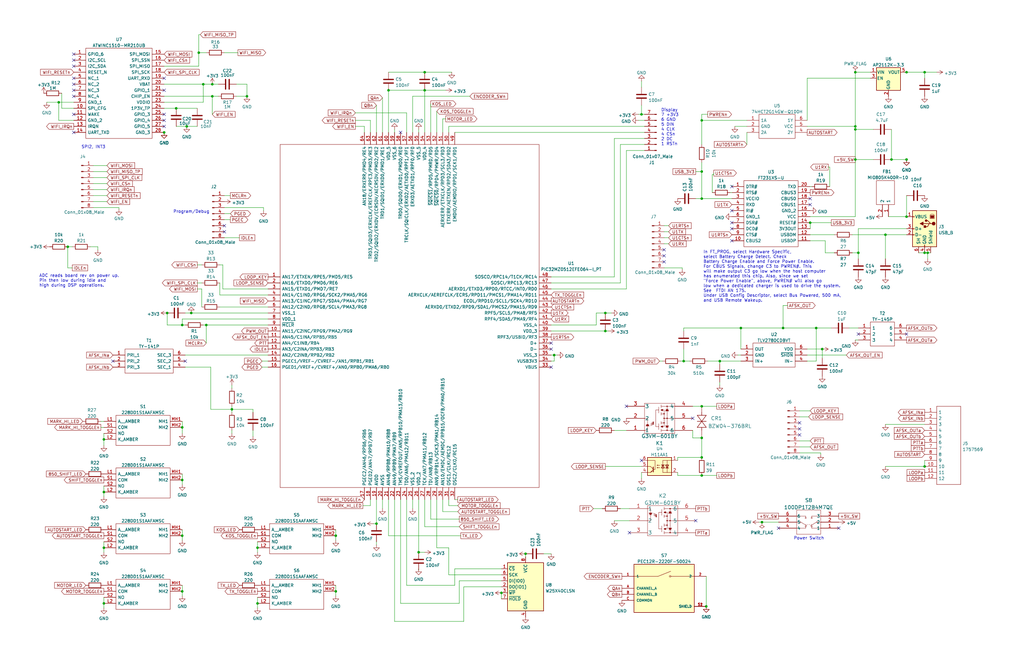
<source format=kicad_sch>
(kicad_sch (version 20250114) (generator "eeschema") (generator_version "9.0")
  (paper "B")
  (title_block (title "DSP Teletype Terminal Unit") (date "2023-04-22") (rev "C") (company "W6IWI.ORG"))
  (text "Power Switch" (at 334.645 227.965 0) (effects (font (size 1.27 1.27)) (justify left bottom)))
  (text "SPI2, INT3" (at 34.29 62.865 0) (effects (font (size 1.27 1.27)) (justify left bottom)))
  (text "In FT_PROG, select Hardware Specific,\nselect Battery Charge Detect. Check \nBattery Charge Enable and Force Power Enable.\nFor CBUS Signals, change C3 to PWREN#. This\nwill make output C3 go low when the host computer\nhas enumerated this chip. Also, since we set \n\"Force Power Enable\", above, PWREN# will also go \nlow when a dedicated charger is used to drive the system.\nSee  FTDI AN 175. \nUnder USB Config Descriptor, select Bus Powered, 500 mA, \nand USB Remote Wakeup." (at 296.545 127.635 0) (effects (font (size 1.27 1.27)) (justify left bottom)))
  (text "Display\n7 +3V3\n6 GND\n5 DIN\n4 CLK\n4 CSn\n2 DC\n1 RSTn" (at 278.765 61.595 0) (effects (font (size 1.27 1.27)) (justify left bottom)))
  (text "ADC reads board rev on power up.\nPin then low during idle and \nhigh during DSP operations." (at 16.51 121.285 0) (effects (font (size 1.27 1.27)) (justify left bottom)))
  (text "Program/Debug" (at 73.025 90.17 0) (effects (font (size 1.27 1.27)) (justify left bottom)))
  (junction (at 295.91 200.66))
  (junction (at 108.585 254.635))
  (junction (at 382.27 30.48))
  (junction (at 158.75 220.98))
  (junction (at 360.68 30.48))
  (junction (at 295.91 83.82))
  (junction (at 341.63 93.98))
  (junction (at 28.575 104.14))
  (junction (at 270.51 48.26))
  (junction (at 373.38 99.06))
  (junction (at 382.27 67.31))
  (junction (at 97.79 172.72))
  (junction (at 89.535 35.56))
  (junction (at 221.615 233.68))
  (junction (at 233.68 149.86))
  (junction (at 78.74 53.34))
  (junction (at 344.17 138.43))
  (junction (at 255.27 139.7))
  (junction (at 74.295 45.72))
  (junction (at 141.605 226.06))
  (junction (at 360.68 67.31))
  (junction (at 360.68 53.34))
  (junction (at 211.455 250.19))
  (junction (at 382.27 91.44))
  (junction (at 43.815 254.635))
  (junction (at 321.31 220.345))
  (junction (at 24.765 43.18))
  (junction (at 176.53 233.045))
  (junction (at 70.485 132.08))
  (junction (at 303.53 152.4))
  (junction (at 83.82 22.225))
  (junction (at 360.68 54.61))
  (junction (at 43.815 185.42))
  (junction (at 179.07 30.48))
  (junction (at 108.585 231.14))
  (junction (at 76.835 180.34))
  (junction (at 69.215 55.88))
  (junction (at 76.835 249.555))
  (junction (at 163.83 38.1))
  (junction (at 312.42 138.43))
  (junction (at 76.835 137.16))
  (junction (at 76.835 226.06))
  (junction (at 295.91 193.04))
  (junction (at 89.535 40.64))
  (junction (at 295.91 171.45))
  (junction (at 141.605 249.555))
  (junction (at 389.89 196.85))
  (junction (at 391.16 106.68))
  (junction (at 288.29 152.4))
  (junction (at 43.815 207.645))
  (junction (at 43.815 231.14))
  (junction (at 389.89 30.48))
  (junction (at 179.07 38.1))
  (junction (at 255.27 132.08))
  (junction (at 361.95 106.68))
  (junction (at 389.89 106.68))
  (junction (at 85.725 35.56))
  (junction (at 104.14 40.64))
  (junction (at 295.91 184.785))
  (junction (at 297.815 255.905))
  (junction (at 346.71 147.32))
  (junction (at 330.2 138.43))
  (junction (at 375.92 67.31))
  (junction (at 295.91 72.39))
  (junction (at 295.91 50.8))
  (junction (at 86.995 137.16))
  (junction (at 80.645 132.08))
  (junction (at 76.835 202.565))
  (no_connect (at 31.115 27.94))
  (no_connect (at 341.63 86.36))
  (no_connect (at 69.215 38.1))
  (no_connect (at 31.115 55.88))
  (no_connect (at 31.115 33.02))
  (no_connect (at 308.61 78.74))
  (no_connect (at 308.61 96.52))
  (no_connect (at 232.41 144.78))
  (no_connect (at 353.695 222.885))
  (no_connect (at 308.61 88.9))
  (no_connect (at 31.115 38.1))
  (no_connect (at 168.91 55.88))
  (no_connect (at 69.215 33.02))
  (no_connect (at 280.035 107.95))
  (no_connect (at 78.105 152.4))
  (no_connect (at 47.625 152.4))
  (no_connect (at 31.115 25.4))
  (no_connect (at 308.61 93.98))
  (no_connect (at 94.615 95.25))
  (no_connect (at 337.185 178.435))
  (no_connect (at 328.295 222.885))
  (no_connect (at 69.215 53.34))
  (no_connect (at 292.1 176.53))
  (no_connect (at 232.41 154.94))
  (no_connect (at 293.37 219.71))
  (no_connect (at 337.185 183.515))
  (no_connect (at 69.215 50.8))
  (no_connect (at 280.035 110.49))
  (no_connect (at 341.63 83.82))
  (no_connect (at 361.95 140.97))
  (no_connect (at 31.115 35.56))
  (no_connect (at 232.41 147.32))
  (no_connect (at 31.115 48.26))
  (no_connect (at 31.115 40.64))
  (no_connect (at 69.215 48.26))
  (no_connect (at 308.61 101.6))
  (no_connect (at 94.615 97.79))
  (no_connect (at 270.51 194.31))
  (no_connect (at 264.16 171.45))
  (no_connect (at 265.43 224.79))
  (no_connect (at 382.27 140.97))
  (no_connect (at 280.035 105.41))
  (no_connect (at 337.185 180.975))
  (no_connect (at 31.115 22.86))
  (wire (pts (xy 269.24 50.8) (xy 271.78 50.8)))
  (wire (pts (xy 97.79 172.72) (xy 97.79 171.45)))
  (wire (pts (xy 111.125 87.63) (xy 111.125 88.9)))
  (wire (pts (xy 337.185 175.895) (xy 340.995 175.895)))
  (wire (pts (xy 76.835 249.555) (xy 76.835 251.46)))
  (wire (pts (xy 113.03 124.46) (xy 92.71 124.46)))
  (wire (pts (xy 163.83 226.06) (xy 194.31 226.06)))
  (wire (pts (xy 43.815 207.645) (xy 43.815 209.55)))
  (wire (pts (xy 106.68 181.61) (xy 106.68 184.15)))
  (wire (pts (xy 255.27 139.7) (xy 256.54 139.7)))
  (wire (pts (xy 280.035 100.33) (xy 281.94 100.33)))
  (wire (pts (xy 189.23 231.14) (xy 189.23 242.57)))
  (wire (pts (xy 31.115 50.8) (xy 24.765 50.8)))
  (wire (pts (xy 181.61 43.815) (xy 181.61 55.88)))
  (wire (pts (xy 39.37 77.47) (xy 45.085 77.47)))
  (wire (pts (xy 261.62 60.96) (xy 271.78 60.96)))
  (wire (pts (xy 78.105 132.08) (xy 80.645 132.08)))
  (wire (pts (xy 43.815 231.14) (xy 43.815 233.045)))
  (wire (pts (xy 349.885 70.485) (xy 349.25 70.485)))
  (wire (pts (xy 149.86 53.34) (xy 153.67 53.34)))
  (wire (pts (xy 156.21 55.88) (xy 156.21 50.8)))
  (wire (pts (xy 94.615 82.55) (xy 97.155 82.55)))
  (wire (pts (xy 69.215 35.56) (xy 85.725 35.56)))
  (wire (pts (xy 373.38 99.06) (xy 382.27 99.06)))
  (wire (pts (xy 158.75 228.6) (xy 158.75 229.87)))
  (wire (pts (xy 69.215 43.18) (xy 85.725 43.18)))
  (wire (pts (xy 24.765 43.18) (xy 31.115 43.18)))
  (wire (pts (xy 337.185 188.595) (xy 341.63 188.595)))
  (wire (pts (xy 166.37 210.82) (xy 166.37 262.255)))
  (wire (pts (xy 330.2 128.905) (xy 330.2 138.43)))
  (wire (pts (xy 43.815 182.88) (xy 43.815 185.42)))
  (wire (pts (xy 163.83 38.1) (xy 179.07 38.1)))
  (wire (pts (xy 92.71 129.54) (xy 113.03 129.54)))
  (wire (pts (xy 149.86 47.625) (xy 171.45 47.625)))
  (wire (pts (xy 176.53 210.82) (xy 176.53 233.045)))
  (wire (pts (xy 295.91 48.26) (xy 295.91 50.8)))
  (wire (pts (xy 360.68 54.61) (xy 368.3 54.61)))
  (wire (pts (xy 311.15 149.86) (xy 312.42 149.86)))
  (wire (pts (xy 269.24 48.26) (xy 270.51 48.26)))
  (wire (pts (xy 389.89 106.68) (xy 391.16 106.68)))
  (wire (pts (xy 99.695 35.56) (xy 104.14 35.56)))
  (wire (pts (xy 288.29 138.43) (xy 312.42 138.43)))
  (wire (pts (xy 307.975 81.28) (xy 308.61 81.28)))
  (wire (pts (xy 195.58 247.65) (xy 195.58 262.255)))
  (wire (pts (xy 211.455 250.19) (xy 211.455 252.73)))
  (wire (pts (xy 191.77 210.82) (xy 193.04 210.82)))
  (wire (pts (xy 295.91 171.45) (xy 302.26 171.45)))
  (wire (pts (xy 309.88 53.34) (xy 314.96 53.34)))
  (wire (pts (xy 83.185 121.92) (xy 85.09 121.92)))
  (wire (pts (xy 191.77 55.88) (xy 271.78 55.88)))
  (wire (pts (xy 69.215 40.64) (xy 89.535 40.64)))
  (wire (pts (xy 83.82 14.605) (xy 84.455 14.605)))
  (wire (pts (xy 85.725 35.56) (xy 85.725 43.18)))
  (wire (pts (xy 83.82 22.225) (xy 86.995 22.225)))
  (wire (pts (xy 176.53 54.61) (xy 176.53 55.88)))
  (wire (pts (xy 76.835 180.34) (xy 76.835 182.88)))
  (wire (pts (xy 176.53 233.045) (xy 179.07 233.045)))
  (wire (pts (xy 173.99 40.64) (xy 198.12 40.64)))
  (wire (pts (xy 69.215 27.94) (xy 83.82 27.94)))
  (wire (pts (xy 261.62 119.38) (xy 261.62 60.96)))
  (wire (pts (xy 341.63 91.44) (xy 360.68 91.44)))
  (wire (pts (xy 297.815 243.205) (xy 297.815 255.905)))
  (wire (pts (xy 259.08 58.42) (xy 271.78 58.42)))
  (wire (pts (xy 43.815 228.6) (xy 43.815 231.14)))
  (wire (pts (xy 293.37 72.39) (xy 295.91 72.39)))
  (wire (pts (xy 110.49 152.4) (xy 113.03 152.4)))
  (wire (pts (xy 88.9 172.72) (xy 97.79 172.72)))
  (wire (pts (xy 93.98 111.76) (xy 92.71 111.76)))
  (wire (pts (xy 387.35 106.68) (xy 389.89 106.68)))
  (wire (pts (xy 176.53 240.665) (xy 176.53 240.03)))
  (wire (pts (xy 179.07 30.48) (xy 190.5 30.48)))
  (wire (pts (xy 303.53 161.29) (xy 303.53 162.56)))
  (wire (pts (xy 76.835 226.06) (xy 76.835 227.965)))
  (wire (pts (xy 312.42 138.43) (xy 330.2 138.43)))
  (wire (pts (xy 39.37 82.55) (xy 45.085 82.55)))
  (wire (pts (xy 108.585 252.095) (xy 108.585 254.635)))
  (wire (pts (xy 389.89 194.31) (xy 389.89 196.85)))
  (wire (pts (xy 346.71 147.32) (xy 346.71 151.13)))
  (wire (pts (xy 85.725 35.56) (xy 89.535 35.56)))
  (wire (pts (xy 94.615 92.71) (xy 97.155 92.71)))
  (wire (pts (xy 39.37 80.01) (xy 45.085 80.01)))
  (wire (pts (xy 26.035 39.37) (xy 26.035 45.72)))
  (wire (pts (xy 361.95 106.68) (xy 361.95 109.22)))
  (wire (pts (xy 295.91 72.39) (xy 295.91 83.82)))
  (wire (pts (xy 382.27 30.48) (xy 389.89 30.48)))
  (wire (pts (xy 295.91 184.785) (xy 292.1 184.785)))
  (wire (pts (xy 89.535 40.64) (xy 92.075 40.64)))
  (wire (pts (xy 373.38 179.07) (xy 389.89 179.07)))
  (wire (pts (xy 92.71 124.46) (xy 92.71 119.38)))
  (wire (pts (xy 303.53 152.4) (xy 303.53 153.67)))
  (wire (pts (xy 86.995 137.16) (xy 86.995 144.78)))
  (wire (pts (xy 340.36 149.86) (xy 356.87 149.86)))
  (wire (pts (xy 298.45 152.4) (xy 303.53 152.4)))
  (wire (pts (xy 85.725 137.16) (xy 86.995 137.16)))
  (wire (pts (xy 184.15 46.99) (xy 184.15 55.88)))
  (wire (pts (xy 93.98 121.92) (xy 93.98 111.76)))
  (wire (pts (xy 312.42 147.32) (xy 312.42 138.43)))
  (wire (pts (xy 340.36 147.32) (xy 346.71 147.32)))
  (wire (pts (xy 76.835 177.8) (xy 76.835 180.34)))
  (wire (pts (xy 171.45 247.015) (xy 191.77 247.015)))
  (wire (pts (xy 337.185 173.355) (xy 341.63 173.355)))
  (wire (pts (xy 89.535 35.56) (xy 92.075 35.56)))
  (wire (pts (xy 347.98 106.68) (xy 351.79 106.68)))
  (wire (pts (xy 320.04 220.345) (xy 321.31 220.345)))
  (wire (pts (xy 358.14 138.43) (xy 361.95 138.43)))
  (wire (pts (xy 375.92 54.61) (xy 375.92 67.31)))
  (wire (pts (xy 158.75 44.45) (xy 158.75 55.88)))
  (wire (pts (xy 179.07 38.1) (xy 187.96 38.1)))
  (wire (pts (xy 168.91 210.82) (xy 168.91 254.635)))
  (wire (pts (xy 184.15 231.14) (xy 189.23 231.14)))
  (wire (pts (xy 341.63 99.06) (xy 351.79 99.06)))
  (wire (pts (xy 69.215 45.72) (xy 74.295 45.72)))
  (wire (pts (xy 221.615 233.68) (xy 221.615 234.95)))
  (wire (pts (xy 251.46 137.16) (xy 251.46 132.08)))
  (wire (pts (xy 346.075 191.135) (xy 346.075 191.77)))
  (wire (pts (xy 341.63 78.74) (xy 342.265 78.74)))
  (wire (pts (xy 43.815 185.42) (xy 43.815 187.96)))
  (wire (pts (xy 300.355 73.66) (xy 300.355 81.28)))
  (wire (pts (xy 295.91 68.58) (xy 295.91 72.39)))
  (wire (pts (xy 141.605 223.52) (xy 141.605 226.06)))
  (wire (pts (xy 232.41 119.38) (xy 261.62 119.38)))
  (wire (pts (xy 347.98 101.6) (xy 347.98 106.68)))
  (wire (pts (xy 26.035 45.72) (xy 31.115 45.72)))
  (wire (pts (xy 161.29 210.82) (xy 161.29 214.63)))
  (wire (pts (xy 211.455 245.11) (xy 193.675 245.11)))
  (wire (pts (xy 189.23 213.36) (xy 193.04 213.36)))
  (wire (pts (xy 232.41 139.7) (xy 255.27 139.7)))
  (wire (pts (xy 278.13 152.4) (xy 279.4 152.4)))
  (wire (pts (xy 280.035 113.03) (xy 287.655 113.03)))
  (wire (pts (xy 83.185 111.76) (xy 85.09 111.76)))
  (wire (pts (xy 179.07 222.25) (xy 193.675 222.25)))
  (wire (pts (xy 308.61 78.105) (xy 308.61 78.74)))
  (wire (pts (xy 163.83 210.82) (xy 163.83 226.06)))
  (wire (pts (xy 280.035 95.25) (xy 281.94 95.25)))
  (wire (pts (xy 288.29 147.32) (xy 288.29 152.4)))
  (wire (pts (xy 361.95 106.68) (xy 361.95 96.52)))
  (wire (pts (xy 153.67 53.34) (xy 153.67 55.88)))
  (wire (pts (xy 264.16 121.92) (xy 264.16 63.5)))
  (wire (pts (xy 292.1 171.45) (xy 295.91 171.45)))
  (wire (pts (xy 42.545 177.8) (xy 43.815 177.8)))
  (wire (pts (xy 76.835 137.16) (xy 78.105 137.16)))
  (wire (pts (xy 373.38 196.85) (xy 389.89 196.85)))
  (wire (pts (xy 28.575 104.14) (xy 28.575 113.03)))
  (wire (pts (xy 163.83 38.1) (xy 163.83 55.88)))
  (wire (pts (xy 211.455 240.03) (xy 191.77 240.03)))
  (wire (pts (xy 375.92 67.31) (xy 382.27 67.31)))
  (wire (pts (xy 43.815 254.635) (xy 43.815 256.54)))
  (wire (pts (xy 288.29 139.7) (xy 288.29 138.43)))
  (wire (pts (xy 341.63 93.98) (xy 341.63 96.52)))
  (wire (pts (xy 232.41 116.84) (xy 259.08 116.84)))
  (wire (pts (xy 360.68 91.44) (xy 360.68 67.31)))
  (wire (pts (xy 259.08 219.71) (xy 265.43 219.71)))
  (wire (pts (xy 360.68 67.31) (xy 360.68 54.61)))
  (wire (pts (xy 232.41 152.4) (xy 233.68 152.4)))
  (wire (pts (xy 108.585 231.14) (xy 108.585 233.045)))
  (wire (pts (xy 229.235 233.68) (xy 232.41 233.68)))
  (wire (pts (xy 270.51 34.29) (xy 270.51 36.83)))
  (wire (pts (xy 94.615 87.63) (xy 111.125 87.63)))
  (wire (pts (xy 341.63 93.98) (xy 350.52 93.98)))
  (wire (pts (xy 321.31 220.345) (xy 328.295 220.345)))
  (wire (pts (xy 30.48 113.03) (xy 28.575 113.03)))
  (wire (pts (xy 173.99 210.82) (xy 173.99 214.63)))
  (wire (pts (xy 168.91 254.635) (xy 193.675 254.635)))
  (wire (pts (xy 78.105 149.86) (xy 113.03 149.86)))
  (wire (pts (xy 298.45 48.26) (xy 295.91 48.26)))
  (wire (pts (xy 76.835 202.565) (xy 76.835 204.47)))
  (wire (pts (xy 250.19 214.63) (xy 254 214.63)))
  (wire (pts (xy 108.585 228.6) (xy 108.585 231.14)))
  (wire (pts (xy 300.99 73.025) (xy 300.99 73.66)))
  (wire (pts (xy 337.185 191.135) (xy 346.075 191.135)))
  (wire (pts (xy 158.75 210.82) (xy 158.75 220.98)))
  (wire (pts (xy 97.79 162.56) (xy 97.79 163.83)))
  (wire (pts (xy 341.63 101.6) (xy 347.98 101.6)))
  (wire (pts (xy 295.91 200.66) (xy 302.26 200.66)))
  (wire (pts (xy 389.89 30.48) (xy 394.97 30.48)))
  (wire (pts (xy 94.615 90.17) (xy 97.155 90.17)))
  (wire (pts (xy 106.68 172.72) (xy 97.79 172.72)))
  (wire (pts (xy 181.61 210.82) (xy 181.61 219.075)))
  (wire (pts (xy 271.78 53.34) (xy 189.23 53.34)))
  (wire (pts (xy 166.37 262.255) (xy 195.58 262.255)))
  (wire (pts (xy 94.615 22.225) (xy 100.33 22.225)))
  (wire (pts (xy 314.96 55.88) (xy 314.96 60.96)))
  (wire (pts (xy 191.77 240.03) (xy 191.77 247.015)))
  (wire (pts (xy 189.23 53.34) (xy 189.23 55.88)))
  (wire (pts (xy 360.68 53.34) (xy 360.68 30.48)))
  (wire (pts (xy 74.295 45.72) (xy 83.185 45.72)))
  (wire (pts (xy 157.48 220.98) (xy 158.75 220.98)))
  (wire (pts (xy 251.46 132.08) (xy 255.27 132.08)))
  (wire (pts (xy 104.14 35.56) (xy 104.14 40.64)))
  (wire (pts (xy 340.36 33.02) (xy 367.03 33.02)))
  (wire (pts (xy 50.165 87.63) (xy 50.165 88.265)))
  (wire (pts (xy 211.455 247.65) (xy 195.58 247.65)))
  (wire (pts (xy 360.68 53.34) (xy 360.68 54.61)))
  (wire (pts (xy 292.1 184.785) (xy 292.1 181.61)))
  (wire (pts (xy 295.91 184.15) (xy 295.91 184.785)))
  (wire (pts (xy 349.885 78.74) (xy 349.885 70.485)))
  (wire (pts (xy 233.68 149.86) (xy 234.95 149.86)))
  (wire (pts (xy 255.27 196.85) (xy 270.51 196.85)))
  (wire (pts (xy 287.655 113.03) (xy 287.655 113.665)))
  (wire (pts (xy 381 30.48) (xy 382.27 30.48)))
  (wire (pts (xy 259.08 181.61) (xy 264.16 181.61)))
  (wire (pts (xy 43.815 252.095) (xy 43.815 254.635)))
  (wire (pts (xy 344.17 138.43) (xy 344.17 152.4)))
  (wire (pts (xy 285.75 193.04) (xy 295.91 193.04)))
  (wire (pts (xy 332.105 128.905) (xy 330.2 128.905)))
  (wire (pts (xy 280.035 102.87) (xy 281.94 102.87)))
  (wire (pts (xy 382.27 82.55) (xy 382.27 91.44)))
  (wire (pts (xy 285.75 199.39) (xy 285.75 200.66)))
  (wire (pts (xy 270.51 48.26) (xy 271.78 48.26)))
  (wire (pts (xy 39.37 87.63) (xy 50.165 87.63)))
  (wire (pts (xy 108.585 254.635) (xy 108.585 256.54)))
  (wire (pts (xy 99.695 40.64) (xy 104.14 40.64)))
  (wire (pts (xy 76.835 134.62) (xy 76.835 137.16)))
  (wire (pts (xy 285.75 200.66) (xy 295.91 200.66)))
  (wire (pts (xy 193.675 245.11) (xy 193.675 254.635)))
  (wire (pts (xy 391.16 106.68) (xy 391.16 109.22)))
  (wire (pts (xy 361.95 96.52) (xy 382.27 96.52)))
  (wire (pts (xy 270.51 199.39) (xy 270.51 201.93)))
  (wire (pts (xy 38.1 104.14) (xy 41.275 104.14)))
  (wire (pts (xy 76.835 247.015) (xy 76.835 249.555)))
  (wire (pts (xy 186.69 215.9) (xy 193.04 215.9)))
  (wire (pts (xy 39.37 72.39) (xy 45.085 72.39)))
  (wire (pts (xy 264.16 63.5) (xy 271.78 63.5)))
  (wire (pts (xy 163.83 30.48) (xy 179.07 30.48)))
  (wire (pts (xy 156.21 213.36) (xy 153.035 213.36)))
  (wire (pts (xy 261.62 214.63) (xy 265.43 214.63)))
  (wire (pts (xy 295.91 184.785) (xy 295.91 193.04)))
  (wire (pts (xy 76.835 134.62) (xy 113.03 134.62)))
  (wire (pts (xy 186.69 55.88) (xy 186.69 50.165)))
  (wire (pts (xy 28.575 104.14) (xy 30.48 104.14)))
  (wire (pts (xy 171.45 210.82) (xy 171.45 247.015)))
  (wire (pts (xy 360.68 30.48) (xy 367.03 30.48)))
  (wire (pts (xy 76.835 223.52) (xy 76.835 226.06)))
  (wire (pts (xy 42.545 180.34) (xy 43.815 180.34)))
  (wire (pts (xy 293.37 83.82) (xy 295.91 83.82)))
  (wire (pts (xy 97.79 172.72) (xy 97.79 173.99)))
  (wire (pts (xy 88.9 154.94) (xy 88.9 172.72)))
  (wire (pts (xy 340.36 50.8) (xy 340.36 33.02)))
  (wire (pts (xy 181.61 219.075) (xy 193.675 219.075)))
  (wire (pts (xy 24.765 43.18) (xy 24.765 50.8)))
  (wire (pts (xy 78.74 53.34) (xy 83.185 53.34)))
  (wire (pts (xy 374.65 91.44) (xy 382.27 91.44)))
  (wire (pts (xy 70.485 132.08) (xy 70.485 137.16)))
  (wire (pts (xy 141.605 226.06) (xy 141.605 227.965)))
  (wire (pts (xy 189.23 210.82) (xy 189.23 213.36)))
  (wire (pts (xy 86.995 137.16) (xy 113.03 137.16)))
  (wire (pts (xy 360.68 67.31) (xy 368.3 67.31)))
  (wire (pts (xy 389.89 30.48) (xy 389.89 33.02)))
  (wire (pts (xy 211.455 242.57) (xy 189.23 242.57)))
  (wire (pts (xy 340.36 152.4) (xy 344.17 152.4)))
  (wire (pts (xy 78.105 154.94) (xy 88.9 154.94)))
  (wire (pts (xy 280.035 97.79) (xy 281.94 97.79)))
  (wire (pts (xy 179.07 210.82) (xy 179.07 222.25)))
  (wire (pts (xy 359.41 106.68) (xy 361.95 106.68)))
  (wire (pts (xy 359.41 99.06) (xy 373.38 99.06)))
  (wire (pts (xy 391.16 106.68) (xy 392.43 106.68)))
  (wire (pts (xy 232.41 137.16) (xy 251.46 137.16)))
  (wire (pts (xy 166.37 54.61) (xy 166.37 55.88)))
  (wire (pts (xy 74.295 53.34) (xy 78.74 53.34)))
  (wire (pts (xy 255.27 132.08) (xy 257.81 132.08)))
  (wire (pts (xy 113.03 121.92) (xy 93.98 121.92)))
  (wire (pts (xy 141.605 249.555) (xy 141.605 251.46)))
  (wire (pts (xy 83.82 27.94) (xy 83.82 22.225)))
  (wire (pts (xy 295.91 50.8) (xy 295.91 60.96)))
  (wire (pts (xy 295.91 50.8) (xy 314.96 50.8)))
  (wire (pts (xy 344.17 138.43) (xy 350.52 138.43)))
  (wire (pts (xy 184.15 210.82) (xy 184.15 231.14)))
  (wire (pts (xy 106.68 173.99) (xy 106.68 172.72)))
  (wire (pts (xy 89.535 40.64) (xy 89.535 48.26)))
  (wire (pts (xy 110.49 154.94) (xy 113.03 154.94)))
  (wire (pts (xy 288.29 152.4) (xy 290.83 152.4)))
  (wire (pts (xy 94.615 100.33) (xy 100.965 100.33)))
  (wire (pts (xy 295.91 83.82) (xy 308.61 83.82)))
  (wire (pts (xy 70.485 137.16) (xy 76.835 137.16)))
  (wire (pts (xy 85.09 121.92) (xy 85.09 129.54)))
  (wire (pts (xy 39.37 74.93) (xy 45.085 74.93)))
  (wire (pts (xy 300.99 73.66) (xy 300.355 73.66)))
  (wire (pts (xy 80.645 132.08) (xy 113.03 132.08)))
  (wire (pts (xy 41.275 104.14) (xy 41.275 105.41)))
  (wire (pts (xy 360.68 143.51) (xy 361.95 143.51)))
  (wire (pts (xy 141.605 247.015) (xy 141.605 249.555)))
  (wire (pts (xy 173.99 40.64) (xy 173.99 55.88)))
  (wire (pts (xy 285.75 194.31) (xy 285.75 193.04)))
  (wire (pts (xy 186.69 210.82) (xy 186.69 215.9)))
  (wire (pts (xy 161.29 41.275) (xy 161.29 55.88)))
  (wire (pts (xy 156.21 50.8) (xy 149.86 50.8)))
  (wire (pts (xy 373.38 99.06) (xy 373.38 109.22)))
  (wire (pts (xy 43.815 205.105) (xy 43.815 207.645)))
  (wire (pts (xy 232.41 121.92) (xy 264.16 121.92)))
  (wire (pts (xy 186.69 50.165) (xy 187.96 50.165)))
  (wire (pts (xy 39.37 85.09) (xy 45.085 85.09)))
  (wire (pts (xy 233.68 152.4) (xy 233.68 149.86)))
  (wire (pts (xy 179.07 38.1) (xy 179.07 55.88)))
  (wire (pts (xy 303.53 152.4) (xy 312.42 152.4)))
  (wire (pts (xy 330.2 138.43) (xy 344.17 138.43)))
  (wire (pts (xy 83.185 119.38) (xy 85.09 119.38)))
  (wire (pts (xy 97.79 181.61) (xy 97.79 182.88)))
  (wire (pts (xy 76.835 200.025) (xy 76.835 202.565)))
  (wire (pts (xy 270.51 44.45) (xy 270.51 48.26)))
  (wire (pts (xy 232.41 149.86) (xy 233.68 149.86)))
  (wire (pts (xy 340.36 53.34) (xy 360.68 53.34)))
  (wire (pts (xy 83.82 22.225) (xy 83.82 14.605)))
  (wire (pts (xy 337.185 186.055) (xy 341.63 186.055)))
  (wire (pts (xy 259.08 116.84) (xy 259.08 58.42)))
  (wire (pts (xy 156.21 210.82) (xy 156.21 213.36)))
  (wire (pts (xy 19.685 43.18) (xy 24.765 43.18)))
  (wire (pts (xy 171.45 47.625) (xy 171.45 55.88)))
  (wire (pts (xy 39.37 69.85) (xy 45.085 69.85)))
  (wire (pts (xy 287.02 152.4) (xy 288.29 152.4)))
  (global_label "IDLEn" (shape passive) (at 30.48 113.03 0) (property "Intersheetrefs" "${INTERSHEET_REFS}" (effects (hide yes))))
  (global_label "MARK_HI_TOGGLEn" (shape input) (at 153.67 210.82 180) (property "Intersheetrefs" "${INTERSHEET_REFS}" (effects (hide yes))))
  (global_label "WIFI_MOSI" (shape output) (at 83.185 121.92 180) (property "Intersheetrefs" "${INTERSHEET_REFS}" (effects (hide yes))))
  (global_label "PTT" (shape input) (at 250.19 214.63 180) (property "Intersheetrefs" "${INTERSHEET_REFS}" (effects (hide yes))))
  (global_label "WIFI_SPI_CLK" (shape input) (at 45.085 74.93 0) (property "Intersheetrefs" "${INTERSHEET_REFS}" (effects (hide yes))))
  (global_label "AUTOSTART_TOGGLEn" (shape output) (at 43.815 226.06 180) (property "Intersheetrefs" "${INTERSHEET_REFS}" (effects (hide yes))))
  (global_label "LOOP_SENSE" (shape input) (at 340.995 175.895 0) (property "Intersheetrefs" "${INTERSHEET_REFS}" (effects (hide yes))))
  (global_label "PWM_OUT" (shape output) (at 113.03 139.7 180) (property "Intersheetrefs" "${INTERSHEET_REFS}" (effects (hide yes))))
  (global_label "U1CTSn" (shape output) (at 300.99 73.025 0) (property "Intersheetrefs" "${INTERSHEET_REFS}" (effects (hide yes))))
  (global_label "KOS_LED" (shape input) (at 100.965 223.52 180) (property "Intersheetrefs" "${INTERSHEET_REFS}" (effects (hide yes))))
  (global_label "LOOP_KEY" (shape input) (at 341.63 173.355 0) (property "Intersheetrefs" "${INTERSHEET_REFS}" (effects (hide yes))))
  (global_label "MARK_HI_LED" (shape output) (at 153.035 213.36 180) (property "Intersheetrefs" "${INTERSHEET_REFS}" (effects (hide yes))))
  (global_label "LOOP_KEY" (shape output) (at 113.03 116.84 180) (property "Intersheetrefs" "${INTERSHEET_REFS}" (effects (hide yes))))
  (global_label "PTT" (shape output) (at 113.03 144.78 180) (property "Intersheetrefs" "${INTERSHEET_REFS}" (effects (hide yes))))
  (global_label "WIFI_MOSI" (shape input) (at 45.085 69.85 0) (property "Intersheetrefs" "${INTERSHEET_REFS}" (effects (hide yes))))
  (global_label "AUTOSTART_TOGGLEn" (shape input) (at 193.04 215.9 0) (property "Intersheetrefs" "${INTERSHEET_REFS}" (effects (hide yes))))
  (global_label "MCLRn" (shape input) (at 86.995 144.78 180) (property "Intersheetrefs" "${INTERSHEET_REFS}" (effects (hide yes))))
  (global_label "WIFI_RESETn" (shape output) (at 149.86 50.8 180) (property "Intersheetrefs" "${INTERSHEET_REFS}" (effects (hide yes))))
  (global_label "AFSK_INb" (shape output) (at 389.89 176.53 180) (property "Intersheetrefs" "${INTERSHEET_REFS}" (effects (hide yes))))
  (global_label "KOS_TOGGLEn" (shape input) (at 184.15 46.99 0) (property "Intersheetrefs" "${INTERSHEET_REFS}" (effects (hide yes))))
  (global_label "+5V_SW" (shape passive) (at 360.68 67.31 180) (property "Intersheetrefs" "${INTERSHEET_REFS}" (effects (hide yes))))
  (global_label "PGED" (shape bidirectional) (at 110.49 154.94 180) (property "Intersheetrefs" "${INTERSHEET_REFS}" (effects (hide yes))))
  (global_label "850_SHIFT_LED" (shape input) (at 36.195 200.025 180) (property "Intersheetrefs" "${INTERSHEET_REFS}" (effects (hide yes))))
  (global_label "PWRENn" (shape output) (at 298.45 48.26 0) (property "Intersheetrefs" "${INTERSHEET_REFS}" (effects (hide yes))))
  (global_label "MOTOR_LED" (shape output) (at 187.96 50.165 0) (property "Intersheetrefs" "${INTERSHEET_REFS}" (effects (hide yes))))
  (global_label "MOTOR_TOGGLEn" (shape output) (at 43.815 249.555 180) (property "Intersheetrefs" "${INTERSHEET_REFS}" (effects (hide yes))))
  (global_label "AFSK_INa" (shape input) (at 47.625 149.86 180) (property "Intersheetrefs" "${INTERSHEET_REFS}" (effects (hide yes))))
  (global_label "PGEC" (shape output) (at 97.155 92.71 0) (property "Intersheetrefs" "${INTERSHEET_REFS}" (effects (hide yes))))
  (global_label "850_SHIFT_LED" (shape output) (at 193.675 219.075 0) (property "Intersheetrefs" "${INTERSHEET_REFS}" (effects (hide yes))))
  (global_label "U1RTSn" (shape input) (at 308.61 99.06 180) (property "Intersheetrefs" "${INTERSHEET_REFS}" (effects (hide yes))))
  (global_label "QAn" (shape output) (at 262.255 248.285 180) (property "Intersheetrefs" "${INTERSHEET_REFS}" (effects (hide yes))))
  (global_label "PWRENn" (shape output) (at 341.63 81.28 0) (property "Intersheetrefs" "${INTERSHEET_REFS}" (effects (hide yes))))
  (global_label "AFSK_OUTa" (shape input) (at 389.89 181.61 180) (property "Intersheetrefs" "${INTERSHEET_REFS}" (effects (hide yes))))
  (global_label "TX_LED" (shape output) (at 194.31 226.06 0) (property "Intersheetrefs" "${INTERSHEET_REFS}" (effects (hide yes))))
  (global_label "U1CTSn" (shape input) (at 281.94 100.33 0) (property "Intersheetrefs" "${INTERSHEET_REFS}" (effects (hide yes))))
  (global_label "LOOP_KEY" (shape input) (at 251.46 181.61 180) (property "Intersheetrefs" "${INTERSHEET_REFS}" (effects (hide yes))))
  (global_label "IDLEn" (shape passive) (at 100.965 100.33 0) (property "Intersheetrefs" "${INTERSHEET_REFS}" (effects (hide yes))))
  (global_label "LOOPb" (shape passive) (at 302.26 200.66 0) (property "Intersheetrefs" "${INTERSHEET_REFS}" (effects (hide yes))))
  (global_label "WIFI_IRQn" (shape output) (at 31.115 53.34 180) (property "Intersheetrefs" "${INTERSHEET_REFS}" (effects (hide yes))))
  (global_label "+5V_SW" (shape passive) (at 353.695 217.805 0) (property "Intersheetrefs" "${INTERSHEET_REFS}" (effects (hide yes))))
  (global_label "MARK_HI_LED" (shape input) (at 34.925 177.8 180) (property "Intersheetrefs" "${INTERSHEET_REFS}" (effects (hide yes))))
  (global_label "U1RTSn" (shape output) (at 232.41 142.24 0) (property "Intersheetrefs" "${INTERSHEET_REFS}" (effects (hide yes))))
  (global_label "LOOPa" (shape passive) (at 302.26 171.45 0) (property "Intersheetrefs" "${INTERSHEET_REFS}" (effects (hide yes))))
  (global_label "PGED" (shape bidirectional) (at 97.155 90.17 0) (property "Intersheetrefs" "${INTERSHEET_REFS}" (effects (hide yes))))
  (global_label "KOS_LED" (shape output) (at 181.61 43.815 0) (property "Intersheetrefs" "${INTERSHEET_REFS}" (effects (hide yes))))
  (global_label "U1RTSn" (shape input) (at 281.94 95.25 0) (property "Intersheetrefs" "${INTERSHEET_REFS}" (effects (hide yes))))
  (global_label "AUTOSTART_LED" (shape input) (at 36.195 223.52 180) (property "Intersheetrefs" "${INTERSHEET_REFS}" (effects (hide yes))))
  (global_label "AFSK_INb" (shape input) (at 47.625 154.94 180) (property "Intersheetrefs" "${INTERSHEET_REFS}" (effects (hide yes))))
  (global_label "TX_TOGGLEn" (shape input) (at 232.41 124.46 0) (property "Intersheetrefs" "${INTERSHEET_REFS}" (effects (hide yes))))
  (global_label "PWM_OUT" (shape input) (at 278.13 152.4 180) (property "Intersheetrefs" "${INTERSHEET_REFS}" (effects (hide yes))))
  (global_label "AFSK_OUTb" (shape input) (at 389.89 184.15 180) (property "Intersheetrefs" "${INTERSHEET_REFS}" (effects (hide yes))))
  (global_label "SHIFT_TOGGLEn" (shape input) (at 193.675 222.25 0) (property "Intersheetrefs" "${INTERSHEET_REFS}" (effects (hide yes))))
  (global_label "WIFI_RESETn" (shape input) (at 45.085 82.55 0) (property "Intersheetrefs" "${INTERSHEET_REFS}" (effects (hide yes))))
  (global_label "QAn" (shape input) (at 161.29 41.275 180) (property "Intersheetrefs" "${INTERSHEET_REFS}" (effects (hide yes))))
  (global_label "U1TX" (shape input) (at 308.61 86.36 180) (property "Intersheetrefs" "${INTERSHEET_REFS}" (effects (hide yes))))
  (global_label "WIFI_EN" (shape input) (at 89.535 48.26 0) (property "Intersheetrefs" "${INTERSHEET_REFS}" (effects (hide yes))))
  (global_label "PTTb" (shape passive) (at 293.37 214.63 0) (property "Intersheetrefs" "${INTERSHEET_REFS}" (effects (hide yes))))
  (global_label "WIFI_CSn" (shape output) (at 83.185 111.76 180) (property "Intersheetrefs" "${INTERSHEET_REFS}" (effects (hide yes))))
  (global_label "USB_3V3" (shape passive) (at 293.37 72.39 180) (property "Intersheetrefs" "${INTERSHEET_REFS}" (effects (hide yes))))
  (global_label "U1RX" (shape input) (at 281.94 102.87 0) (property "Intersheetrefs" "${INTERSHEET_REFS}" (effects (hide yes))))
  (global_label "WIFI_MISO_TP" (shape input) (at 45.085 72.39 0) (property "Intersheetrefs" "${INTERSHEET_REFS}" (effects (hide yes))))
  (global_label "USB_3V3" (shape passive) (at 350.52 93.98 0) (property "Intersheetrefs" "${INTERSHEET_REFS}" (effects (hide yes))))
  (global_label "PGEC" (shape input) (at 110.49 152.4 180) (property "Intersheetrefs" "${INTERSHEET_REFS}" (effects (hide yes))))
  (global_label "AUTOSTART_LED" (shape output) (at 193.04 210.82 0) (property "Intersheetrefs" "${INTERSHEET_REFS}" (effects (hide yes))))
  (global_label "+5V_SW" (shape passive) (at 328.295 217.805 180) (property "Intersheetrefs" "${INTERSHEET_REFS}" (effects (hide yes))))
  (global_label "AFSK_OUTb" (shape output) (at 382.27 138.43 0) (property "Intersheetrefs" "${INTERSHEET_REFS}" (effects (hide yes))))
  (global_label "PTTb" (shape passive) (at 389.89 189.23 180) (property "Intersheetrefs" "${INTERSHEET_REFS}" (effects (hide yes))))
  (global_label "WIFI_EN" (shape input) (at 45.085 85.09 0) (property "Intersheetrefs" "${INTERSHEET_REFS}" (effects (hide yes))))
  (global_label "TX_TOGGLEn" (shape output) (at 108.585 249.555 180) (property "Intersheetrefs" "${INTERSHEET_REFS}" (effects (hide yes))))
  (global_label "LOOPb" (shape passive) (at 389.89 201.93 180) (property "Intersheetrefs" "${INTERSHEET_REFS}" (effects (hide yes))))
  (global_label "SHIFT_TOGGLEn" (shape output) (at 43.815 202.565 180) (property "Intersheetrefs" "${INTERSHEET_REFS}" (effects (hide yes))))
  (global_label "WIFI_MISO" (shape input) (at 113.03 127 180) (property "Intersheetrefs" "${INTERSHEET_REFS}" (effects (hide yes))))
  (global_label "WIFI_CSn" (shape input) (at 69.215 25.4 0) (property "Intersheetrefs" "${INTERSHEET_REFS}" (effects (hide yes))))
  (global_label "WIFI_RESETn" (shape input) (at 31.115 30.48 180) (property "Intersheetrefs" "${INTERSHEET_REFS}" (effects (hide yes))))
  (global_label "AFSK_OUT_EN" (shape input) (at 356.87 149.86 0) (property "Intersheetrefs" "${INTERSHEET_REFS}" (effects (hide yes))))
  (global_label "KOS_TOGGLEn" (shape output) (at 108.585 226.06 180) (property "Intersheetrefs" "${INTERSHEET_REFS}" (effects (hide yes))))
  (global_label "MOTOR_TOGGLEn" (shape input) (at 193.04 213.36 0) (property "Intersheetrefs" "${INTERSHEET_REFS}" (effects (hide yes))))
  (global_label "LOOPa" (shape passive) (at 389.89 199.39 180) (property "Intersheetrefs" "${INTERSHEET_REFS}" (effects (hide yes))))
  (global_label "AFSK_OUT" (shape input) (at 341.63 188.595 0) (property "Intersheetrefs" "${INTERSHEET_REFS}" (effects (hide yes))))
  (global_label "WIFI_IRQn" (shape input) (at 149.86 47.625 180) (property "Intersheetrefs" "${INTERSHEET_REFS}" (effects (hide yes))))
  (global_label "LOOP_SENSE" (shape output) (at 255.27 196.85 180) (property "Intersheetrefs" "${INTERSHEET_REFS}" (effects (hide yes))))
  (global_label "AFSK_OUT" (shape output) (at 332.105 128.905 0) (property "Intersheetrefs" "${INTERSHEET_REFS}" (effects (hide yes))))
  (global_label "ENCODER_SWn" (shape input) (at 198.12 40.64 0) (property "Intersheetrefs" "${INTERSHEET_REFS}" (effects (hide yes))))
  (global_label "PTTa" (shape passive) (at 389.89 186.69 180) (property "Intersheetrefs" "${INTERSHEET_REFS}" (effects (hide yes))))
  (global_label "AUTOSTART" (shape output) (at 340.36 55.88 0) (property "Intersheetrefs" "${INTERSHEET_REFS}" (effects (hide yes))))
  (global_label "PTT" (shape input) (at 341.63 186.055 0) (property "Intersheetrefs" "${INTERSHEET_REFS}" (effects (hide yes))))
  (global_label "PTTa" (shape passive) (at 293.37 224.79 0) (property "Intersheetrefs" "${INTERSHEET_REFS}" (effects (hide yes))))
  (global_label "WIFI_MISO_TP" (shape input) (at 84.455 14.605 0) (property "Intersheetrefs" "${INTERSHEET_REFS}" (effects (hide yes))))
  (global_label "WIFI_EN" (shape output) (at 149.86 53.34 180) (property "Intersheetrefs" "${INTERSHEET_REFS}" (effects (hide yes))))
  (global_label "WIFI_CSn" (shape input) (at 45.085 77.47 0) (property "Intersheetrefs" "${INTERSHEET_REFS}" (effects (hide yes))))
  (global_label "MCLRn" (shape output) (at 97.155 82.55 0) (property "Intersheetrefs" "${INTERSHEET_REFS}" (effects (hide yes))))
  (global_label "TX_LED" (shape input) (at 100.965 247.015 180) (property "Intersheetrefs" "${INTERSHEET_REFS}" (effects (hide yes))))
  (global_label "U1TX" (shape output) (at 232.41 132.08 0) (property "Intersheetrefs" "${INTERSHEET_REFS}" (effects (hide yes))))
  (global_label "QBn" (shape input) (at 158.75 44.45 180) (property "Intersheetrefs" "${INTERSHEET_REFS}" (effects (hide yes))))
  (global_label "AUTOSTARTn" (shape output) (at 232.41 127 0) (property "Intersheetrefs" "${INTERSHEET_REFS}" (effects (hide yes))))
  (global_label "AFSK_OUTa" (shape output) (at 382.27 143.51 0) (property "Intersheetrefs" "${INTERSHEET_REFS}" (effects (hide yes))))
  (global_label "ENCODER_SWn" (shape output) (at 262.255 243.205 180) (property "Intersheetrefs" "${INTERSHEET_REFS}" (effects (hide yes))))
  (global_label "MOTOR_LED" (shape input) (at 36.195 247.015 180) (property "Intersheetrefs" "${INTERSHEET_REFS}" (effects (hide yes))))
  (global_label "WIFI_MOSI" (shape input) (at 69.215 22.86 0) (property "Intersheetrefs" "${INTERSHEET_REFS}" (effects (hide yes))))
  (global_label "U1RX" (shape input) (at 232.41 134.62 0) (property "Intersheetrefs" "${INTERSHEET_REFS}" (effects (hide yes))))
  (global_label "LOOP_SENSE" (shape input) (at 113.03 119.38 180) (property "Intersheetrefs" "${INTERSHEET_REFS}" (effects (hide yes))))
  (global_label "U1TX" (shape input) (at 281.94 97.79 0) (property "Intersheetrefs" "${INTERSHEET_REFS}" (effects (hide yes))))
  (global_label "AFSK_INa" (shape output) (at 389.89 173.99 180) (property "Intersheetrefs" "${INTERSHEET_REFS}" (effects (hide yes))))
  (global_label "AUTOSTARTn" (shape input) (at 314.96 60.96 180) (property "Intersheetrefs" "${INTERSHEET_REFS}" (effects (hide yes))))
  (global_label "AUTOSTART" (shape input) (at 389.89 191.77 180) (property "Intersheetrefs" "${INTERSHEET_REFS}" (effects (hide yes))))
  (global_label "U1CTSn" (shape input) (at 232.41 129.54 0) (property "Intersheetrefs" "${INTERSHEET_REFS}" (effects (hide yes))))
  (global_label "WIFI_SPI_CLK" (shape output) (at 83.185 119.38 180) (property "Intersheetrefs" "${INTERSHEET_REFS}" (effects (hide yes))))
  (global_label "IDLEn" (shape output) (at 113.03 147.32 180) (property "Intersheetrefs" "${INTERSHEET_REFS}" (effects (hide yes))))
  (global_label "QBn" (shape output) (at 262.255 250.825 180) (property "Intersheetrefs" "${INTERSHEET_REFS}" (effects (hide yes))))
  (global_label "WIFI_MISO" (shape output) (at 100.33 22.225 0) (property "Intersheetrefs" "${INTERSHEET_REFS}" (effects (hide yes))))
  (global_label "WIFI_SPI_CLK" (shape input) (at 69.215 30.48 0) (property "Intersheetrefs" "${INTERSHEET_REFS}" (effects (hide yes))))
  (global_label "MARK_HI_TOGGLEn" (shape output) (at 42.545 180.34 180) (property "Intersheetrefs" "${INTERSHEET_REFS}" (effects (hide yes))))
  (global_label "AFSK_OUT_EN" (shape output) (at 113.03 142.24 180) (property "Intersheetrefs" "${INTERSHEET_REFS}" (effects (hide yes))))
  (global_label "U1RX" (shape output) (at 349.25 70.485 180) (property "Intersheetrefs" "${INTERSHEET_REFS}" (effects (hide yes))))
  (global_label "WIFI_IRQn" (shape input) (at 45.085 80.01 0) (property "Intersheetrefs" "${INTERSHEET_REFS}" (effects (hide yes))))
  (symbol (lib_id "power:+5V") (at 353.695 220.345 270) (unit 1)
    (property "Reference" "#PWR064" (effects (hide yes)))
    (property "Value" "+5V" (at 356.87 220.7788 90) (effects (justify left)))
  )
  (symbol (lib_id "2023-02-18_19-01-58:BZW04-376BRL") (at 295.91 184.15 90) (unit 1)
    (property "Reference" "CR1" (at 299.72 176.53 90) (effects (font (size 1.524 1.524)) (justify right)))
    (property "Value" "BZW04-376BRL" (at 298.5516 179.8172 90) (effects (font (size 1.524 1.524)) (justify right)))
    (property "Footprint" "HhLibrary:BZW04-376BRL" (effects (hide yes)))
  )
  (symbol (lib_name "228DD1S1AAFAMSC_2") (lib_id "228DD1S1AAFAMSC:228DD1S1AAFAMSC") (at 108.585 223.52 0) (unit 1)
    (property "Reference" "S5" (at 125.095 217.2802 0))
    (property "Value" "228DD1S1AAFAMSC" (at 125.095 219.8171 0))
    (property "Footprint" "228DD1S1AAFAMSC" (effects (hide yes)))
    (property "Datasheet" "https://www.ctscorp.com/wp-content/uploads/228D.pdf" (effects (hide yes)))
    (property "Description" "SWITCH TACTILE SPST-NO 0.05A 12V" (effects (hide yes)))
    (property "Reference_1" "S?" (effects (hide yes)))
    (property "Value_1" "228DD1S1AAFAMSC" (effects (hide yes)))
    (property "Footprint_1" "228DD1S1AAFAMSC" (effects (hide yes)))
    (property "Datasheet_1" "https://www.ctscorp.com/wp-content/uploads/228D.pdf" (effects (hide yes)))
    (property "Height" "6.4" (effects (hide yes)))
    (property "Manufacturer_Name" "CTS" (effects (hide yes)))
    (property "Manufacturer_Part_Number" "228DD1S1AAFAMSC" (effects (hide yes)))
    (property "Mouser Part Number" "774-228DD1S1AAFAMSC" (effects (hide yes)))
    (property "Mouser Price/Stock" "https://www.mouser.co.uk/ProductDetail/CTS-Electronic-Components/228DD1S1AAFAMSC?qs=BJlw7L4Cy7%252Bx9Gylbq7xIw%3D%3D" (effects (hide yes)))
  )
  (symbol (lib_id "Device:C") (at 74.295 49.53 0) (unit 1)
    (property "Reference" "C20" (at 76.835 50.165 0) (effects (justify left)))
    (property "Value" "10uF" (at 75.565 52.07 0) (effects (justify left)))
    (property "Footprint" "Capacitor_SMD:C_0603_1608Metric_Pad1.08x0.95mm_HandSolder" (effects (hide yes)))
  )
  (symbol (lib_id "power:GND") (at 176.53 240.03 0) (unit 1)
    (property "Reference" "#PWR09" (effects (hide yes)))
    (property "Value" "GND" (at 176.53 244.4734 0))
  )
  (symbol (lib_id "power:+3V3") (at 187.96 38.1 270) (unit 1)
    (property "Reference" "#PWR011" (effects (hide yes)))
    (property "Value" "+3V3" (at 191.135 38.5338 90) (effects (justify left)))
  )
  (symbol (lib_id "Memory_Flash:W25X40CLSN") (at 221.615 247.65 0) (unit 1)
    (property "Reference" "U8" (at 229.997 246.8153 0) (effects (justify left)))
    (property "Value" "W25X40CLSN" (at 229.997 249.3522 0) (effects (justify left)))
    (property "Footprint" "Package_SO:SOIC-8_3.9x4.9mm_P1.27mm" (effects (hide yes)))
    (property "Datasheet" "https://www.winbond.com/resource-files/W25X40CL_G%2020210505.pdf" (effects (hide yes)))
  )
  (symbol (lib_id "Device:R") (at 295.91 196.85 0) (unit 1)
    (property "Reference" "R11" (at 297.688 196.0153 0) (effects (justify left)))
    (property "Value" "39" (at 297.688 198.5522 0) (effects (justify left)))
    (property "Footprint" "Resistor_SMD:R_0603_1608Metric_Pad0.98x0.95mm_HandSolder" (effects (hide yes)))
  )
  (symbol (lib_id "Device:C") (at 74.295 132.08 270) (unit 1)
    (property "Reference" "C1" (at 73.025 125.73 90) (effects (justify left)))
    (property "Value" "100nF" (at 71.755 128.27 90) (effects (justify left)))
    (property "Footprint" "Capacitor_SMD:C_0603_1608Metric_Pad1.08x0.95mm_HandSolder" (effects (hide yes)))
  )
  (symbol (lib_id "power:GND") (at 97.79 182.88 0) (unit 1)
    (property "Reference" "#PWR021" (effects (hide yes)))
    (property "Value" "GND" (at 97.79 187.3234 0))
  )
  (symbol (lib_id "power:GND") (at 270.51 34.29 180) (unit 1)
    (property "Reference" "#PWR017" (effects (hide yes)))
    (property "Value" "GND" (at 270.51 30.7142 0))
  )
  (symbol (lib_id "PEC12R-2220F-S0024:PEC12R-2220F-S0024") (at 280.035 248.285 0) (unit 1)
    (property "Reference" "S7" (at 280.035 234.4252 0))
    (property "Value" "PEC12R-2220F-S0024" (at 280.035 236.9621 0))
    (property "Footprint" "XDCR_PEC12R-2220F-S0024" (effects (hide yes)))
    (property "MANUFACTURER" "Bourns" (effects (hide yes)))
    (property "MAXIMUM_PACKAGE_HEIGHT" "16.7 mm" (effects (hide yes)))
    (property "STANDARD" "Manufacturer Recommendations" (effects (hide yes)))
    (property "PARTREV" "07/21" (effects (hide yes)))
  )
  (symbol (lib_id "power:GND") (at 76.835 204.47 0) (unit 1)
    (property "Reference" "#PWR053" (effects (hide yes)))
    (property "Value" "GND" (at 76.835 208.9134 0))
  )
  (symbol (lib_id "Device:R") (at 257.81 214.63 90) (unit 1)
    (property "Reference" "R9" (at 257.81 209.9142 90))
    (property "Value" "220" (at 257.81 212.4511 90))
    (property "Footprint" "Resistor_SMD:R_0603_1608Metric_Pad0.98x0.95mm_HandSolder" (effects (hide yes)))
  )
  (symbol (lib_id "power:+3V3") (at 157.48 220.98 90) (unit 1)
    (property "Reference" "#PWR03" (effects (hide yes)))
    (property "Value" "+3V3" (at 154.305 221.4138 90) (effects (justify left)))
  )
  (symbol (lib_id "power:GND") (at 346.075 191.77 0) (unit 1)
    (property "Reference" "#PWR067" (effects (hide yes)))
    (property "Value" "GND" (at 346.075 196.2134 0))
  )
  (symbol (lib_id "power:+3V3") (at 89.535 35.56 0) (unit 1)
    (property "Reference" "#PWR046" (effects (hide yes)))
    (property "Value" "+3V3" (at 89.535 31.9842 0))
  )
  (symbol (lib_id "power:GND") (at 264.16 176.53 0) (unit 1)
    (property "Reference" "#PWR031" (effects (hide yes)))
    (property "Value" "GND" (at 259.715 177.165 0))
  )
  (symbol (lib_id "Device:C") (at 372.11 54.61 90) (unit 1)
    (property "Reference" "C17" (at 373.38 48.26 90) (effects (justify left)))
    (property "Value" "4.7uF" (at 374.65 50.8 90) (effects (justify left)))
    (property "Footprint" "Capacitor_SMD:C_0603_1608Metric_Pad1.08x0.95mm_HandSolder" (effects (hide yes)))
  )
  (symbol (lib_id "power:GND") (at 141.605 251.46 0) (unit 1)
    (property "Reference" "#PWR059" (effects (hide yes)))
    (property "Value" "GND" (at 141.605 255.9034 0))
  )
  (symbol (lib_id "power:GND") (at 76.835 227.965 0) (unit 1)
    (property "Reference" "#PWR054" (effects (hide yes)))
    (property "Value" "GND" (at 76.835 232.4084 0))
  )
  (symbol (lib_id "Connector:USB_B") (at 389.89 96.52 0) (mirror y) (unit 1)
    (property "Reference" "J3" (at 395.732 95.6853 0) (effects (justify right)))
    (property "Value" "USB_B" (at 395.732 98.2222 0) (effects (justify right)))
    (property "Footprint" "HhLibrary:UJ2-BH-BL1-TH" (effects (hide yes)))
    (property "Datasheet" " ~" (effects (hide yes)))
  )
  (symbol (lib_id "power:GND") (at 285.75 83.82 0) (unit 1)
    (property "Reference" "#PWR0104" (effects (hide yes)))
    (property "Value" "GND" (at 285.75 88.2634 0))
  )
  (symbol (lib_id "power:GND") (at 341.63 88.9 90) (mirror x) (unit 1)
    (property "Reference" "#PWR0102" (effects (hide yes)))
    (property "Value" "GND" (at 344.805 89.3338 90) (effects (justify right)))
  )
  (symbol (lib_id "power:GND") (at 270.51 201.93 0) (unit 1)
    (property "Reference" "#PWR033" (effects (hide yes)))
    (property "Value" "GND" (at 270.51 206.3734 0))
  )
  (symbol (lib_id "power:+3V3") (at 211.455 250.19 90) (unit 1)
    (property "Reference" "#PWR048" (effects (hide yes)))
    (property "Value" "+3V3" (at 208.28 250.6238 90) (effects (justify left)))
  )
  (symbol (lib_id "power:+3V3") (at 346.71 147.32 270) (unit 1)
    (property "Reference" "#PWR026" (effects (hide yes)))
    (property "Value" "+3V3" (at 349.885 147.7538 90) (effects (justify left)))
  )
  (symbol (lib_id "Connector:Conn_01x08_Male") (at 89.535 90.17 0) (unit 1)
    (property "Reference" "J2" (at 90.17 78.774 0))
    (property "Value" "Conn_01x08_Male" (at 90.805 102.235 0))
    (property "Footprint" "Connector_PinHeader_2.54mm:PinHeader_1x08_P2.54mm_Vertical" (effects (hide yes)))
  )
  (symbol (lib_id "Device:C") (at 386.08 82.55 90) (unit 1)
    (property "Reference" "C16" (at 388.874 78.3047 90) (effects (justify left)))
    (property "Value" "10nF" (at 388.874 75.7678 90) (effects (justify left)))
    (property "Footprint" "Capacitor_SMD:C_0603_1608Metric_Pad1.08x0.95mm_HandSolder" (effects (hide yes)))
  )
  (symbol (lib_id "228DD1S1AAFAMSC:228DD1S1AAFAMSC") (at 43.815 200.025 0) (unit 1)
    (property "Reference" "S2" (at 60.325 193.7852 0))
    (property "Value" "228DD1S1AAFAMSC" (at 60.325 196.3221 0))
    (property "Footprint" "228DD1S1AAFAMSC" (effects (hide yes)))
    (property "Datasheet" "https://www.ctscorp.com/wp-content/uploads/228D.pdf" (effects (hide yes)))
    (property "Description" "SWITCH TACTILE SPST-NO 0.05A 12V" (effects (hide yes)))
    (property "Reference_1" "S?" (effects (hide yes)))
    (property "Value_1" "228DD1S1AAFAMSC" (effects (hide yes)))
    (property "Footprint_1" "228DD1S1AAFAMSC" (effects (hide yes)))
    (property "Datasheet_1" "https://www.ctscorp.com/wp-content/uploads/228D.pdf" (effects (hide yes)))
    (property "Height" "6.4" (effects (hide yes)))
    (property "Manufacturer_Name" "CTS" (effects (hide yes)))
    (property "Manufacturer_Part_Number" "228DD1S1AAFAMSC" (effects (hide yes)))
    (property "Mouser Part Number" "774-228DD1S1AAFAMSC" (effects (hide yes)))
    (property "Mouser Price/Stock" "https://www.mouser.co.uk/ProductDetail/CTS-Electronic-Components/228DD1S1AAFAMSC?qs=BJlw7L4Cy7%252Bx9Gylbq7xIw%3D%3D" (effects (hide yes)))
  )
  (symbol (lib_id "Connector:Conn_01x08_Male") (at 332.105 180.975 0) (unit 1)
    (property "Reference" "J6" (at 332.74 169.579 0))
    (property "Value" "Conn_01x08_Male" (at 333.375 193.04 0))
    (property "Footprint" "Connector_PinHeader_2.54mm:PinHeader_1x08_P2.54mm_Vertical" (effects (hide yes)))
  )
  (symbol (lib_id "Device:C") (at 225.425 233.68 90) (unit 1)
    (property "Reference" "C23" (at 224.5903 230.759 0) (effects (justify left)))
    (property "Value" "100nF" (at 227.1272 230.759 0) (effects (justify left)))
    (property "Footprint" "Capacitor_SMD:C_0603_1608Metric_Pad1.08x0.95mm_HandSolder" (effects (hide yes)))
  )
  (symbol (lib_id "Device:R") (at 88.9 129.54 270) (unit 1)
    (property "Reference" "R15" (at 88.9 127 90))
    (property "Value" "33" (at 88.9 124.46 90))
    (property "Footprint" "Resistor_SMD:R_0603_1608Metric_Pad0.98x0.95mm_HandSolder" (effects (hide yes)))
  )
  (symbol (lib_id "Device:R") (at 81.915 137.16 90) (unit 1)
    (property "Reference" "R1" (at 81.915 139.7 90))
    (property "Value" "10k" (at 81.915 142.24 90))
    (property "Footprint" "Resistor_SMD:R_0603_1608Metric_Pad0.98x0.95mm_HandSolder" (effects (hide yes)))
  )
  (symbol (lib_id "2023-02-18_18-45-52:G3VM-601BY") (at 265.43 214.63 0) (unit 1)
    (property "Reference" "K2" (at 279.4 209.2124 0) (effects (font (size 1.524 1.524))))
    (property "Value" "G3VM-601BY" (at 279.4 212.2058 0) (effects (font (size 1.524 1.524))))
    (property "Footprint" "Package_DIP:DIP-6_W7.62mm" (effects (hide yes)))
  )
  (symbol (lib_id "power:GND") (at 361.95 116.84 0) (unit 1)
    (property "Reference" "#PWR0105" (effects (hide yes)))
    (property "Value" "GND" (at 361.95 121.2834 0))
  )
  (symbol (lib_id "power:GND") (at 111.125 88.9 0) (unit 1)
    (property "Reference" "#PWR019" (effects (hide yes)))
    (property "Value" "GND" (at 111.125 93.3434 0))
  )
  (symbol (lib_id "power:GND") (at 360.68 143.51 0) (unit 1)
    (property "Reference" "#PWR027" (effects (hide yes)))
    (property "Value" "GND" (at 356.87 146.05 0))
  )
  (symbol (lib_id "power:+3V3") (at 269.24 48.26 90) (unit 1)
    (property "Reference" "#PWR015" (effects (hide yes)))
    (property "Value" "+3V3" (at 266.065 48.6938 90) (effects (justify left)))
  )
  (symbol (lib_name "228DD1S1AAFAMSC_3") (lib_id "228DD1S1AAFAMSC:228DD1S1AAFAMSC") (at 108.585 247.015 0) (unit 1)
    (property "Reference" "S6" (at 125.095 240.7752 0))
    (property "Value" "228DD1S1AAFAMSC" (at 125.095 243.3121 0))
    (property "Footprint" "228DD1S1AAFAMSC" (effects (hide yes)))
    (property "Datasheet" "https://www.ctscorp.com/wp-content/uploads/228D.pdf" (effects (hide yes)))
    (property "Description" "SWITCH TACTILE SPST-NO 0.05A 12V" (effects (hide yes)))
    (property "Reference_1" "S?" (effects (hide yes)))
    (property "Value_1" "228DD1S1AAFAMSC" (effects (hide yes)))
    (property "Footprint_1" "228DD1S1AAFAMSC" (effects (hide yes)))
    (property "Datasheet_1" "https://www.ctscorp.com/wp-content/uploads/228D.pdf" (effects (hide yes)))
    (property "Height" "6.4" (effects (hide yes)))
    (property "Manufacturer_Name" "CTS" (effects (hide yes)))
    (property "Manufacturer_Part_Number" "228DD1S1AAFAMSC" (effects (hide yes)))
    (property "Mouser Part Number" "774-228DD1S1AAFAMSC" (effects (hide yes)))
    (property "Mouser Price/Stock" "https://www.mouser.co.uk/ProductDetail/CTS-Electronic-Components/228DD1S1AAFAMSC?qs=BJlw7L4Cy7%252Bx9Gylbq7xIw%3D%3D" (effects (hide yes)))
  )
  (symbol (lib_id "Device:C") (at 176.53 236.855 0) (unit 1)
    (property "Reference" "C2" (at 179.451 236.0203 0) (effects (justify left)))
    (property "Value" "100nF" (at 179.451 238.5572 0) (effects (justify left)))
    (property "Footprint" "Capacitor_SMD:C_0603_1608Metric_Pad1.08x0.95mm_HandSolder" (effects (hide yes)))
  )
  (symbol (lib_id "power:GND") (at 373.38 179.07 0) (unit 1)
    (property "Reference" "#PWR039" (effects (hide yes)))
    (property "Value" "GND" (at 373.38 183.5134 0))
  )
  (symbol (lib_id "power:GND") (at 259.08 219.71 0) (unit 1)
    (property "Reference" "#PWR032" (effects (hide yes)))
    (property "Value" "GND" (at 259.08 224.1534 0))
  )
  (symbol (lib_id "power:GND") (at 76.835 182.88 0) (unit 1)
    (property "Reference" "#PWR0108" (effects (hide yes)))
    (property "Value" "GND" (at 76.835 187.3234 0))
  )
  (symbol (lib_id "Device:C") (at 163.83 34.29 0) (unit 1)
    (property "Reference" "C5" (at 166.751 33.4553 0) (effects (justify left)))
    (property "Value" "100nF" (at 166.751 35.9922 0) (effects (justify left)))
    (property "Footprint" "Capacitor_SMD:C_0603_1608Metric_Pad1.08x0.95mm_HandSolder" (effects (hide yes)))
  )
  (symbol (lib_id "ATWINC1510-MR210UB:ATWINC1510-MR210UB") (at 31.115 22.86 0) (unit 1)
    (property "Reference" "U7" (at 50.165 16.671 0))
    (property "Value" "ATWINC1510-MR210UB" (at 50.165 19.2079 0))
    (property "Footprint" "HhLibrary:ATWINC1510MR210UB" (effects (hide yes)))
    (property "Datasheet" "http://ww1.microchip.com/downloads/en/DeviceDoc/70005304B.pdf" (effects (hide yes)))
    (property "Description" "WiFi Modules (802.11) SmartConnect ATWINC1500B-MU-T Module" (effects (hide yes)))
    (property "Height" "2.113" (effects (hide yes)))
    (property "Mouser Part Number" "556-ATWINC1510MR210U" (effects (hide yes)))
    (property "Mouser Price/Stock" "https://www.mouser.co.uk/ProductDetail/Microchip-Technology-Atmel/ATWINC1510-MR210UB?qs=QB0ovJDgFgt5QuIkS9qN8w%3D%3D" (effects (hide yes)))
    (property "Manufacturer_Name" "Microchip" (effects (hide yes)))
    (property "Manufacturer_Part_Number" "ATWINC1510-MR210UB" (effects (hide yes)))
  )
  (symbol (lib_id "power:GND") (at 43.815 209.55 0) (unit 1)
    (property "Reference" "#PWR038" (effects (hide yes)))
    (property "Value" "GND" (at 43.815 213.9934 0))
  )
  (symbol (lib_id "power:GND") (at 43.815 187.96 0) (unit 1)
    (property "Reference" "#PWR0109" (effects (hide yes)))
    (property "Value" "GND" (at 43.815 192.4034 0))
  )
  (symbol (lib_id "228DD1S1AAFAMSC:228DD1S1AAFAMSC") (at 43.815 247.015 0) (unit 1)
    (property "Reference" "S4" (at 60.325 240.7752 0))
    (property "Value" "228DD1S1AAFAMSC" (at 60.325 243.3121 0))
    (property "Footprint" "228DD1S1AAFAMSC" (effects (hide yes)))
    (property "Datasheet" "https://www.ctscorp.com/wp-content/uploads/228D.pdf" (effects (hide yes)))
    (property "Description" "SWITCH TACTILE SPST-NO 0.05A 12V" (effects (hide yes)))
    (property "Reference_1" "S?" (effects (hide yes)))
    (property "Value_1" "228DD1S1AAFAMSC" (effects (hide yes)))
    (property "Footprint_1" "228DD1S1AAFAMSC" (effects (hide yes)))
    (property "Datasheet_1" "https://www.ctscorp.com/wp-content/uploads/228D.pdf" (effects (hide yes)))
    (property "Height" "6.4" (effects (hide yes)))
    (property "Manufacturer_Name" "CTS" (effects (hide yes)))
    (property "Manufacturer_Part_Number" "228DD1S1AAFAMSC" (effects (hide yes)))
    (property "Mouser Part Number" "774-228DD1S1AAFAMSC" (effects (hide yes)))
    (property "Mouser Price/Stock" "https://www.mouser.co.uk/ProductDetail/CTS-Electronic-Components/228DD1S1AAFAMSC?qs=BJlw7L4Cy7%252Bx9Gylbq7xIw%3D%3D" (effects (hide yes)))
  )
  (symbol (lib_id "power:GND") (at 166.37 54.61 180) (unit 1)
    (property "Reference" "#PWR06" (effects (hide yes)))
    (property "Value" "GND" (at 166.37 51.0342 0))
  )
  (symbol (lib_id "Device:R") (at 34.29 104.14 270) (unit 1)
    (property "Reference" "R21" (at 34.29 101.6 90))
    (property "Value" "1k" (at 34.29 99.06 90))
    (property "Footprint" "Resistor_SMD:R_0603_1608Metric_Pad0.98x0.95mm_HandSolder" (effects (hide yes)))
  )
  (symbol (lib_id "Regulator_Linear:AP2112K-3.3") (at 374.65 33.02 0) (unit 1)
    (property "Reference" "U6" (at 374.65 24.8752 0))
    (property "Value" "AP2112K-3.3" (at 374.65 27.4121 0))
    (property "Footprint" "Package_TO_SOT_SMD:SOT-23-5" (effects (hide yes)))
    (property "Datasheet" "https://www.diodes.com/assets/Datasheets/AP2112.pdf" (effects (hide yes)))
  )
  (symbol (lib_id "Device:C") (at 270.51 40.64 0) (unit 1)
    (property "Reference" "C7" (at 273.431 39.8053 0) (effects (justify left)))
    (property "Value" "100nF" (at 273.431 42.3422 0) (effects (justify left)))
    (property "Footprint" "Capacitor_SMD:C_0603_1608Metric_Pad1.08x0.95mm_HandSolder" (effects (hide yes)))
  )
  (symbol (lib_id "2023-04-22_00-52-21:100DP1T2B4M7QE") (at 353.695 222.885 180) (unit 1)
    (property "Reference" "S8" (at 340.995 211.1174 0) (effects (font (size 1.524 1.524))))
    (property "Value" "100DP1T2B4M7QE" (at 340.995 214.1108 0) (effects (font (size 1.524 1.524))))
    (property "Footprint" "100DP1T2B4M7QE_EWI" (effects (hide yes)))
    (property "Datasheet" "100DP1T2B4M7QE" (effects (hide yes)))
  )
  (symbol (lib_id "power:GND") (at 69.215 55.88 0) (unit 1)
    (property "Reference" "#PWR043" (effects (hide yes)))
    (property "Value" "GND" (at 69.215 60.3234 0))
  )
  (symbol (lib_id "power:GND") (at 382.27 67.31 0) (unit 1)
    (property "Reference" "#PWR028" (effects (hide yes)))
    (property "Value" "GND" (at 382.27 71.7534 0))
  )
  (symbol (lib_id "Connector:Conn_01x08_Male") (at 34.29 77.47 0) (unit 1)
    (property "Reference" "J4" (at 34.925 66.074 0))
    (property "Value" "Conn_01x08_Male" (at 35.56 89.535 0))
    (property "Footprint" "Connector_PinHeader_2.54mm:PinHeader_1x08_P2.54mm_Vertical" (effects (hide yes)))
  )
  (symbol (lib_id "power:GND") (at 158.75 229.87 0) (unit 1)
    (property "Reference" "#PWR04" (effects (hide yes)))
    (property "Value" "GND" (at 158.75 234.3134 0))
  )
  (symbol (lib_id "Device:R") (at 294.64 152.4 90) (unit 1)
    (property "Reference" "R5" (at 294.64 154.94 90))
    (property "Value" "510k" (at 294.64 157.48 90))
    (property "Footprint" "Resistor_SMD:R_0603_1608Metric_Pad0.98x0.95mm_HandSolder" (effects (hide yes)))
  )
  (symbol (lib_id "power:GND") (at 311.15 149.86 270) (unit 1)
    (property "Reference" "#PWR024" (effects (hide yes)))
    (property "Value" "GND" (at 307.9751 150.2938 90) (effects (justify right)))
  )
  (symbol (lib_id "power:+3V3") (at 179.07 233.045 270) (unit 1)
    (property "Reference" "#PWR010" (effects (hide yes)))
    (property "Value" "+3V3" (at 182.245 233.4788 90) (effects (justify left)))
  )
  (symbol (lib_id "Device:R") (at 90.805 22.225 90) (unit 1)
    (property "Reference" "R16" (at 90.805 17.78 90))
    (property "Value" "33" (at 90.805 19.685 90))
    (property "Footprint" "Resistor_SMD:R_0603_1608Metric_Pad0.98x0.95mm_HandSolder" (effects (hide yes)))
  )
  (symbol (lib_id "power:GND") (at 104.14 40.64 0) (unit 1)
    (property "Reference" "#PWR047" (effects (hide yes)))
    (property "Value" "GND" (at 104.14 45.0834 0))
  )
  (symbol (lib_id "power:GND") (at 173.99 214.63 0) (unit 1)
    (property "Reference" "#PWR07" (effects (hide yes)))
    (property "Value" "GND" (at 173.99 219.0734 0))
  )
  (symbol (lib_id "power:GND") (at 176.53 54.61 180) (unit 1)
    (property "Reference" "#PWR08" (effects (hide yes)))
    (property "Value" "GND" (at 176.53 51.0342 0))
  )
  (symbol (lib_id "Device:C") (at 255.27 135.89 0) (unit 1)
    (property "Reference" "C3" (at 258.191 135.0553 0) (effects (justify left)))
    (property "Value" "100nF" (at 258.191 137.5922 0) (effects (justify left)))
    (property "Footprint" "Capacitor_SMD:C_0603_1608Metric_Pad1.08x0.95mm_HandSolder" (effects (hide yes)))
  )
  (symbol (lib_id "power:GND") (at 373.38 196.85 0) (unit 1)
    (property "Reference" "#PWR040" (effects (hide yes)))
    (property "Value" "GND" (at 373.38 201.2934 0))
  )
  (symbol (lib_id "Device:R") (at 88.9 119.38 270) (unit 1)
    (property "Reference" "R14" (at 88.9 116.84 90))
    (property "Value" "33" (at 88.9 114.3 90))
    (property "Footprint" "Resistor_SMD:R_0603_1608Metric_Pad0.98x0.95mm_HandSolder" (effects (hide yes)))
  )
  (symbol (lib_id "Device:C") (at 373.38 113.03 0) (unit 1)
    (property "Reference" "C15" (at 376.301 112.1953 0) (effects (justify left)))
    (property "Value" "47pF" (at 376.301 114.7322 0) (effects (justify left)))
    (property "Footprint" "Capacitor_SMD:C_0603_1608Metric_Pad1.08x0.95mm_HandSolder" (effects (hide yes)))
  )
  (symbol (lib_id "Device:R") (at 24.765 104.14 270) (unit 1)
    (property "Reference" "R20" (at 24.765 101.6 90))
    (property "Value" "10k" (at 24.765 99.06 90))
    (property "Footprint" "Resistor_SMD:R_0603_1608Metric_Pad0.98x0.95mm_HandSolder" (effects (hide yes)))
  )
  (symbol (lib_id "power:GND") (at 303.53 162.56 0) (unit 1)
    (property "Reference" "#PWR023" (effects (hide yes)))
    (property "Value" "GND" (at 303.53 167.0034 0))
  )
  (symbol (lib_id "Device:R") (at 346.075 78.74 270) (unit 1)
    (property "Reference" "R19" (at 346.075 76.2 90))
    (property "Value" "1k" (at 346.075 73.66 90))
    (property "Footprint" "Resistor_SMD:R_0603_1608Metric_Pad0.98x0.95mm_HandSolder" (effects (hide yes)))
  )
  (symbol (lib_id "Device:C") (at 389.89 36.83 0) (unit 1)
    (property "Reference" "C19" (at 392.811 35.9953 0) (effects (justify left)))
    (property "Value" "1uF" (at 392.811 38.5322 0) (effects (justify left)))
    (property "Footprint" "Capacitor_SMD:C_0603_1608Metric_Pad1.08x0.95mm_HandSolder" (effects (hide yes)))
  )
  (symbol (lib_id "power:GND") (at 391.16 109.22 0) (unit 1)
    (property "Reference" "#PWR030" (effects (hide yes)))
    (property "Value" "GND" (at 391.16 113.6634 0))
  )
  (symbol (lib_id "Device:C") (at 158.75 224.79 0) (unit 1)
    (property "Reference" "C6" (at 151.13 224.7931 0) (effects (justify left)))
    (property "Value" "100nF" (at 151.13 227.33 0) (effects (justify left)))
    (property "Footprint" "Capacitor_SMD:C_0603_1608Metric_Pad1.08x0.95mm_HandSolder" (effects (hide yes)))
  )
  (symbol (lib_id "Device:C") (at 361.95 113.03 0) (unit 1)
    (property "Reference" "C14" (at 364.871 112.1953 0) (effects (justify left)))
    (property "Value" "47pF" (at 364.871 114.7322 0) (effects (justify left)))
    (property "Footprint" "Capacitor_SMD:C_0603_1608Metric_Pad1.08x0.95mm_HandSolder" (effects (hide yes)))
  )
  (symbol (lib_id "74HCT2G14GW-Q100H:74HCT2G14GW-Q100H") (at 314.96 50.8 0) (unit 1)
    (property "Reference" "U5" (at 327.66 44.611 0))
    (property "Value" "74HCT2G14GW-Q100H" (at 327.66 47.1479 0))
    (property "Footprint" "HhLibrary:74HCT2G14GWQ100H" (effects (hide yes)))
    (property "Datasheet" "https://assets.nexperia.com/documents/data-sheet/74HC_HCT2G14_Q100.pdf" (effects (hide yes)))
    (property "Description" "Inverter IC 2 Channel Schmitt Trigger 6-TSSOP" (effects (hide yes)))
    (property "Height" "1.1" (effects (hide yes)))
    (property "Manufacturer_Name" "Nexperia" (effects (hide yes)))
    (property "Manufacturer_Part_Number" "74HCT2G14GW-Q100H" (effects (hide yes)))
    (property "Mouser Part Number" "771-74HCT2G14GWQ100H" (effects (hide yes)))
    (property "Mouser Price/Stock" "https://www.mouser.co.uk/ProductDetail/Nexperia/74HCT2G14GW-Q100H?qs=fi7yB2oewZmNBzeOKw8f7A%3D%3D" (effects (hide yes)))
    (property "Arrow Part Number" "74HCT2G14GW-Q100H" (effects (hide yes)))
    (property "Arrow Price/Stock" "https://www.arrow.com/en/products/74hct2g14gw-q100h/nexperia?region=nac" (effects (hide yes)))
  )
  (symbol (lib_id "power:GND") (at 257.81 132.08 90) (unit 1)
    (property "Reference" "#PWR014" (effects (hide yes)))
    (property "Value" "GND" (at 260.985 132.5138 90) (effects (justify right)))
  )
  (symbol (lib_id "Device:R") (at 295.91 64.77 180) (unit 1)
    (property "Reference" "R10" (at 298.45 64.77 90))
    (property "Value" "10k" (at 300.99 64.77 90))
    (property "Footprint" "Resistor_SMD:R_0603_1608Metric_Pad0.98x0.95mm_HandSolder" (effects (hide yes)))
  )
  (symbol (lib_id "power:GND") (at 141.605 227.965 0) (unit 1)
    (property "Reference" "#PWR058" (effects (hide yes)))
    (property "Value" "GND" (at 141.605 232.4084 0))
  )
  (symbol (lib_id "Device:C") (at 303.53 157.48 0) (unit 1)
    (property "Reference" "C11" (at 306.451 156.6453 0) (effects (justify left)))
    (property "Value" "100pF" (at 306.451 159.1822 0) (effects (justify left)))
    (property "Footprint" "Capacitor_SMD:C_0603_1608Metric_Pad1.08x0.95mm_HandSolder" (effects (hide yes)))
  )
  (symbol (lib_id "power:+5V") (at 372.11 91.44 90) (unit 1)
    (property "Reference" "#PWR065" (effects (hide yes)))
    (property "Value" "+5V" (at 368.9351 91.8738 90) (effects (justify left)))
  )
  (symbol (lib_id "Device:C") (at 95.885 35.56 90) (unit 1)
    (property "Reference" "C22" (at 97.79 29.845 90) (effects (justify left)))
    (property "Value" "100nF" (at 99.06 31.75 90) (effects (justify left)))
    (property "Footprint" "Capacitor_SMD:C_0603_1608Metric_Pad1.08x0.95mm_HandSolder" (effects (hide yes)))
  )
  (symbol (lib_id "power:+3V3") (at 221.615 233.68 90) (unit 1)
    (property "Reference" "#PWR049" (effects (hide yes)))
    (property "Value" "+3V3" (at 218.44 234.1138 90) (effects (justify left)))
  )
  (symbol (lib_id "power:GND") (at 389.89 40.64 0) (unit 1)
    (property "Reference" "#PWR036" (effects (hide yes)))
    (property "Value" "GND" (at 389.89 45.0834 0))
  )
  (symbol (lib_id "power:GND") (at 374.65 40.64 0) (unit 1)
    (property "Reference" "#PWR035" (effects (hide yes)))
    (property "Value" "GND" (at 374.65 45.0834 0))
  )
  (symbol (lib_id "power:GND") (at 19.685 43.18 0) (unit 1)
    (property "Reference" "#PWR042" (effects (hide yes)))
    (property "Value" "GND" (at 19.685 47.6234 0))
  )
  (symbol (lib_id "PIC32MZ0512EFE064-I_PT:PIC32MZ0512EFE064-I_PT") (at 113.03 116.84 0) (unit 1)
    (property "Reference" "U1" (at 240.8508 111.1335 0))
    (property "Value" "PIC32MZ0512EFE064-I_PT" (at 240.8508 113.6704 0))
    (property "Footprint" "HhLibrary:QFP50P1200X1200X120-64N" (effects (hide yes)))
    (property "Datasheet" "http://www.mouser.com/ds/2/268/60001320D-967555.pdf" (effects (hide yes)))
    (property "Description" "Microchip PIC32MZ0512EFE064-I/PT, 32bit Microcontroller, 200MHz, 512 kB Flash, 64-Pin TQFP" (effects (hide yes)))
    (property "Height" "1.2" (effects (hide yes)))
    (property "Manufacturer_Name" "Microchip" (effects (hide yes)))
    (property "Manufacturer_Part_Number" "PIC32MZ0512EFE064-I/PT" (effects (hide yes)))
    (property "Mouser Part Number" "579-MZ0512EFE064IPT" (effects (hide yes)))
    (property "Mouser Price/Stock" "https://www.mouser.co.uk/ProductDetail/Microchip-Technology/PIC32MZ0512EFE064-I-PT?qs=XR%2FfMt4sL%252BFV1SJpzPyuIA%3D%3D" (effects (hide yes)))
    (property "Arrow Part Number" "PIC32MZ0512EFE064-I/PT" (effects (hide yes)))
    (property "Arrow Price/Stock" "https://www.arrow.com/en/products/pic32mz0512efe064-ipt/microchip-technology?region=nac" (effects (hide yes)))
  )
  (symbol (lib_id "power:+3V3") (at 20.955 104.14 90) (unit 1)
    (property "Reference" "#PWR069" (effects (hide yes)))
    (property "Value" "+3V3" (at 17.78 104.14 90) (effects (justify left)))
  )
  (symbol (lib_id "Device:R") (at 283.21 152.4 90) (unit 1)
    (property "Reference" "R4" (at 283.21 154.94 90))
    (property "Value" "30k" (at 283.21 157.48 90))
    (property "Footprint" "Resistor_SMD:R_0603_1608Metric_Pad0.98x0.95mm_HandSolder" (effects (hide yes)))
  )
  (symbol (lib_id "Device:C") (at 289.56 83.82 90) (unit 1)
    (property "Reference" "C13" (at 288.7253 80.899 0) (effects (justify left)))
    (property "Value" "100nF" (at 291.2622 80.899 0) (effects (justify left)))
    (property "Footprint" "Capacitor_SMD:C_0603_1608Metric_Pad1.08x0.95mm_HandSolder" (effects (hide yes)))
  )
  (symbol (lib_id "power:GND") (at 308.61 91.44 270) (unit 1)
    (property "Reference" "#PWR0103" (effects (hide yes)))
    (property "Value" "GND" (at 305.4351 91.8738 90) (effects (justify right)))
  )
  (symbol (lib_id "power:GND") (at 106.68 184.15 0) (unit 1)
    (property "Reference" "#PWR022" (effects (hide yes)))
    (property "Value" "GND" (at 106.68 188.5934 0))
  )
  (symbol (lib_id "power:GND") (at 69.215 55.88 0) (unit 1)
    (property "Reference" "#PWR044" (effects (hide yes)))
    (property "Value" "GND" (at 69.215 60.3234 0))
  )
  (symbol (lib_id "power:GND") (at 43.815 256.54 0) (unit 1)
    (property "Reference" "#PWR052" (effects (hide yes)))
    (property "Value" "GND" (at 43.815 260.9834 0))
  )
  (symbol (lib_id "power:GND") (at 80.645 132.08 180) (unit 1)
    (property "Reference" "#PWR02" (effects (hide yes)))
    (property "Value" "GND" (at 80.645 128.5042 0))
  )
  (symbol (lib_id "power:GND") (at 190.5 30.48 0) (unit 1)
    (property "Reference" "#PWR012" (effects (hide yes)))
    (property "Value" "GND" (at 190.5 34.9234 0))
  )
  (symbol (lib_id "Device:R") (at 95.885 40.64 270) (unit 1)
    (property "Reference" "R17" (at 95.885 43.18 90))
    (property "Value" "1M" (at 95.885 45.085 90))
    (property "Footprint" "Resistor_SMD:R_0603_1608Metric_Pad0.98x0.95mm_HandSolder" (effects (hide yes)))
  )
  (symbol (lib_id "power:+3V3") (at 97.79 162.56 0) (unit 1)
    (property "Reference" "#PWR020" (effects (hide yes)))
    (property "Value" "+3V3" (at 97.79 158.9842 0))
  )
  (symbol (lib_name "GND_1") (lib_id "power:GND") (at 50.165 88.265 0) (unit 1)
    (property "Reference" "#PWR066" (effects (hide yes)))
    (property "Value" "GND" (at 50.165 92.21 0))
  )
  (symbol (lib_id "power:GND") (at 43.815 233.045 0) (unit 1)
    (property "Reference" "#PWR051" (effects (hide yes)))
    (property "Value" "GND" (at 43.815 237.4884 0))
  )
  (symbol (lib_id "power:GND") (at 76.835 251.46 0) (unit 1)
    (property "Reference" "#PWR055" (effects (hide yes)))
    (property "Value" "GND" (at 76.835 255.9034 0))
  )
  (symbol (lib_id "Device:R") (at 38.735 177.8 90) (unit 1)
    (property "Reference" "R27" (at 38.735 173.0842 90))
    (property "Value" "220" (at 38.735 175.6211 90))
    (property "Footprint" "Resistor_SMD:R_0603_1608Metric_Pad0.98x0.95mm_HandSolder" (effects (hide yes)))
  )
  (symbol (lib_id "power:GND") (at 346.71 158.75 0) (unit 1)
    (property "Reference" "#PWR025" (effects (hide yes)))
    (property "Value" "GND" (at 346.71 163.1934 0))
  )
  (symbol (lib_name "228DD1S1AAFAMSC_4") (lib_id "228DD1S1AAFAMSC:228DD1S1AAFAMSC") (at 43.815 177.8 0) (unit 1)
    (property "Reference" "S1" (at 60.325 171.5602 0))
    (property "Value" "228DD1S1AAFAMSC" (at 60.325 174.0971 0))
    (property "Footprint" "228DD1S1AAFAMSC" (effects (hide yes)))
    (property "Datasheet" "https://www.ctscorp.com/wp-content/uploads/228D.pdf" (effects (hide yes)))
    (property "Description" "SWITCH TACTILE SPST-NO 0.05A 12V" (effects (hide yes)))
    (property "Value_1" "228DD1S1AAFAMSC" (effects (hide yes)))
    (property "Footprint_1" "228DD1S1AAFAMSC" (effects (hide yes)))
    (property "Datasheet_1" "https://www.ctscorp.com/wp-content/uploads/228D.pdf" (effects (hide yes)))
    (property "Height" "6.4" (effects (hide yes)))
    (property "Manufacturer_Name" "CTS" (effects (hide yes)))
    (property "Manufacturer_Part_Number" "228DD1S1AAFAMSC" (effects (hide yes)))
    (property "Mouser Part Number" "774-228DD1S1AAFAMSC" (effects (hide yes)))
    (property "Mouser Price/Stock" "https://www.mouser.co.uk/ProductDetail/CTS-Electronic-Components/228DD1S1AAFAMSC?qs=BJlw7L4Cy7%252Bx9Gylbq7xIw%3D%3D" (effects (hide yes)))
  )
  (symbol (lib_id "power:GND") (at 41.275 105.41 0) (unit 1)
    (property "Reference" "#PWR070" (effects (hide yes)))
    (property "Value" "GND" (at 41.275 109.8534 0))
  )
  (symbol (lib_id "power:GND") (at 234.95 149.86 90) (unit 1)
    (property "Reference" "#PWR0101" (effects (hide yes)))
    (property "Value" "GND" (at 238.125 150.2938 90) (effects (justify right)))
  )
  (symbol (lib_id "Device:C") (at 83.185 49.53 0) (unit 1)
    (property "Reference" "C21" (at 85.725 51.435 0) (effects (justify left)))
    (property "Value" "10nF" (at 84.455 53.34 0) (effects (justify left)))
    (property "Footprint" "Capacitor_SMD:C_0603_1608Metric_Pad1.08x0.95mm_HandSolder" (effects (hide yes)))
  )
  (symbol (lib_id "power:GND") (at 309.88 53.34 0) (unit 1)
    (property "Reference" "#PWR034" (effects (hide yes)))
    (property "Value" "GND" (at 309.88 57.7834 0))
  )
  (symbol (lib_name "228DD1S1AAFAMSC_5") (lib_id "228DD1S1AAFAMSC:228DD1S1AAFAMSC") (at 43.815 223.52 0) (unit 1)
    (property "Reference" "S3" (at 60.325 217.2802 0))
    (property "Value" "228DD1S1AAFAMSC" (at 60.325 219.8171 0))
    (property "Footprint" "228DD1S1AAFAMSC" (effects (hide yes)))
    (property "Datasheet" "https://www.ctscorp.com/wp-content/uploads/228D.pdf" (effects (hide yes)))
    (property "Description" "SWITCH TACTILE SPST-NO 0.05A 12V" (effects (hide yes)))
    (property "Reference_1" "S?" (effects (hide yes)))
    (property "Value_1" "228DD1S1AAFAMSC" (effects (hide yes)))
    (property "Footprint_1" "228DD1S1AAFAMSC" (effects (hide yes)))
    (property "Datasheet_1" "https://www.ctscorp.com/wp-content/uploads/228D.pdf" (effects (hide yes)))
    (property "Height" "6.4" (effects (hide yes)))
    (property "Manufacturer_Name" "CTS" (effects (hide yes)))
    (property "Manufacturer_Part_Number" "228DD1S1AAFAMSC" (effects (hide yes)))
    (property "Mouser Part Number" "774-228DD1S1AAFAMSC" (effects (hide yes)))
    (property "Mouser Price/Stock" "https://www.mouser.co.uk/ProductDetail/CTS-Electronic-Components/228DD1S1AAFAMSC?qs=BJlw7L4Cy7%252Bx9Gylbq7xIw%3D%3D" (effects (hide yes)))
  )
  (symbol (lib_id "power:GND") (at 161.29 214.63 0) (unit 1)
    (property "Reference" "#PWR05" (effects (hide yes)))
    (property "Value" "GND" (at 161.29 219.0734 0))
  )
  (symbol (lib_id "Device:C") (at 288.29 143.51 0) (unit 1)
    (property "Reference" "C9" (at 291.211 142.6753 0) (effects (justify left)))
    (property "Value" "1nF" (at 291.211 145.2122 0) (effects (justify left)))
    (property "Footprint" "Capacitor_SMD:C_0603_1608Metric_Pad1.08x0.95mm_HandSolder" (effects (hide yes)))
  )
  (symbol (lib_id "power:GND") (at 269.24 50.8 270) (unit 1)
    (property "Reference" "#PWR016" (effects (hide yes)))
    (property "Value" "GND" (at 266.0651 51.2338 90) (effects (justify right)))
  )
  (symbol (lib_id "Device:R") (at 40.005 223.52 90) (unit 1)
    (property "Reference" "R23" (at 40.005 218.8042 90))
    (property "Value" "220" (at 40.005 221.3411 90))
    (property "Footprint" "Resistor_SMD:R_0603_1608Metric_Pad0.98x0.95mm_HandSolder" (effects (hide yes)))
  )
  (symbol (lib_id "Device:C") (at 346.71 154.94 0) (unit 1)
    (property "Reference" "C12" (at 349.631 154.1053 0) (effects (justify left)))
    (property "Value" "100nF" (at 349.631 156.6422 0) (effects (justify left)))
    (property "Footprint" "Capacitor_SMD:C_0603_1608Metric_Pad1.08x0.95mm_HandSolder" (effects (hide yes)))
  )
  (symbol (lib_id "power:GND") (at 373.38 116.84 0) (unit 1)
    (property "Reference" "#PWR0106" (effects (hide yes)))
    (property "Value" "GND" (at 373.38 121.2834 0))
  )
  (symbol (lib_id "Isolator:H11AA1") (at 278.13 196.85 0) (mirror y) (unit 1)
    (property "Reference" "U4" (at 278.13 189.3402 0))
    (property "Value" "H11AA1" (at 278.13 191.8771 0))
    (property "Footprint" "Package_DIP:DIP-6_W7.62mm" (effects (hide yes)))
    (property "Datasheet" "https://www.vishay.com/docs/83608/h11aa1.pdf" (effects (hide yes)))
  )
  (symbol (lib_id "Device:C") (at 372.11 67.31 90) (unit 1)
    (property "Reference" "C18" (at 373.38 60.96 90) (effects (justify left)))
    (property "Value" "100nF" (at 374.65 63.5 90) (effects (justify left)))
    (property "Footprint" "Capacitor_SMD:C_0603_1608Metric_Pad1.08x0.95mm_HandSolder" (effects (hide yes)))
  )
  (symbol (lib_id "Connector:Conn_01x07_Male") (at 276.86 55.88 180) (unit 1)
    (property "Reference" "J1" (at 273.685 68.58 0) (effects (justify right)))
    (property "Value" "Conn_01x07_Male" (at 266.7 66.04 0) (effects (justify right)))
    (property "Footprint" "Connector_PinHeader_2.54mm:PinHeader_1x07_P2.54mm_Horizontal" (effects (hide yes)))
  )
  (symbol (lib_id "power:+3V3") (at 94.615 85.09 270) (unit 1)
    (property "Reference" "#PWR018" (effects (hide yes)))
    (property "Value" "+3V3" (at 97.79 85.5238 90) (effects (justify left)))
  )
  (symbol (lib_id "Device:C") (at 179.07 34.29 0) (unit 1)
    (property "Reference" "C4" (at 181.991 33.4553 0) (effects (justify left)))
    (property "Value" "100nF" (at 181.991 35.9922 0) (effects (justify left)))
    (property "Footprint" "Capacitor_SMD:C_0603_1608Metric_Pad1.08x0.95mm_HandSolder" (effects (hide yes)))
  )
  (symbol (lib_id "power:PWR_FLAG") (at 360.68 30.48 0) (unit 1)
    (property "Reference" "#FLG0101" (effects (hide yes)))
    (property "Value" "PWR_FLAG" (at 360.68 26.9042 0))
  )
  (symbol (lib_id "power:GND") (at 108.585 233.045 0) (unit 1)
    (property "Reference" "#PWR056" (effects (hide yes)))
    (property "Value" "GND" (at 108.585 237.4884 0))
  )
  (symbol (lib_id "power:GND") (at 382.27 67.31 0) (unit 1)
    (property "Reference" "#PWR029" (effects (hide yes)))
    (property "Value" "GND" (at 382.27 71.7534 0))
  )
  (symbol (lib_id "power:GND") (at 262.255 253.365 0) (unit 1)
    (property "Reference" "#PWR060" (effects (hide yes)))
    (property "Value" "GND" (at 262.255 257.8084 0))
  )
  (symbol (lib_id "MI0805K400R-10:MI0805K400R-10") (at 374.65 91.44 270) (mirror x) (unit 1)
    (property "Reference" "FB1" (at 372.11 72.39 90) (effects (justify left)))
    (property "Value" "MI0805K400R-10" (at 365.76 74.93 90) (effects (justify left)))
    (property "Footprint" "HhLibrary:BEADC2012X110N" (effects (hide yes)))
    (property "Datasheet" "https://assets.lairdtech.com/home/brandworld/files/MI0805K400R-10.pdf" (effects (hide yes)))
    (property "Description" "Ferrite Beads 40ohms 100MHz 1.5A Monolithic 0805 SMD" (effects (hide yes)))
    (property "Height" "1.1" (effects (hide yes)))
    (property "Manufacturer_Name" "Laird Performance Materials" (effects (hide yes)))
    (property "Manufacturer_Part_Number" "MI0805K400R-10" (effects (hide yes)))
    (property "Mouser Part Number" "875-MI0805K400R-10" (effects (hide yes)))
    (property "Mouser Price/Stock" "https://www.mouser.co.uk/ProductDetail/Laird-Performance-Materials/MI0805K400R-10?qs=Hp4IEBVVqKKRJzYiDLfLSg%3D%3D" (effects (hide yes)))
  )
  (symbol (lib_id "power:GND") (at 232.41 233.68 0) (unit 1)
    (property "Reference" "#PWR0110" (effects (hide yes)))
    (property "Value" "GND" (at 232.41 238.1234 0))
  )
  (symbol (lib_id "power:GND") (at 389.89 82.55 0) (unit 1)
    (property "Reference" "#PWR0107" (effects (hide yes)))
    (property "Value" "GND" (at 389.89 86.9934 0))
  )
  (symbol (lib_id "Connector:Conn_01x08_Male") (at 274.955 102.87 0) (unit 1)
    (property "Reference" "J7" (at 275.59 91.474 0))
    (property "Value" "Conn_01x08_Male" (at 276.225 114.935 0))
    (property "Footprint" "Connector_PinHeader_2.54mm:PinHeader_1x08_P2.54mm_Vertical" (effects (hide yes)))
  )
  (symbol (lib_id "power:+5V") (at 320.04 220.345 90) (unit 1)
    (property "Reference" "#PWR063" (effects (hide yes)))
    (property "Value" "+5V" (at 316.865 220.345 90) (effects (justify left)))
  )
  (symbol (lib_id "power:GND") (at 108.585 256.54 0) (unit 1)
    (property "Reference" "#PWR057" (effects (hide yes)))
    (property "Value" "GND" (at 108.585 260.9834 0))
  )
  (symbol (lib_id "Device:R") (at 255.27 181.61 90) (unit 1)
    (property "Reference" "R8" (at 255.27 176.8942 90))
    (property "Value" "220" (at 255.27 179.4311 90))
    (property "Footprint" "Resistor_SMD:R_0603_1608Metric_Pad0.98x0.95mm_HandSolder" (effects (hide yes)))
  )
  (symbol (lib_id "TY-145P:TY-145P") (at 361.95 138.43 0) (unit 1)
    (property "Reference" "T2" (at 372.11 132.241 0))
    (property "Value" "TY-145P" (at 372.11 134.7779 0))
    (property "Footprint" "HhLibrary:DIPS1067W107P475L2062H1880Q6N" (effects (hide yes)))
    (property "Datasheet" "https://catalog.triadmagnetics.com/Asset/TY-145P.pdf" (effects (hide yes)))
    (property "Description" "TRIAD MAGNETICS - TY-145P - TRANSFORMER, 1:1, 600/600" (effects (hide yes)))
    (property "Height" "18.796" (effects (hide yes)))
    (property "Manufacturer_Name" "Triad Magnetics" (effects (hide yes)))
    (property "Manufacturer_Part_Number" "TY-145P" (effects (hide yes)))
    (property "Mouser Part Number" "553-TY145P" (effects (hide yes)))
    (property "Mouser Price/Stock" "https://www.mouser.co.uk/ProductDetail/Triad-Magnetics/TY-145P?qs=sK90oOEhQaVS4WlcmrXXSA%3D%3D" (effects (hide yes)))
    (property "Arrow Part Number" "TY-145P" (effects (hide yes)))
    (property "Arrow Price/Stock" "https://www.arrow.com/en/products/ty-145p/triad-magnetics" (effects (hide yes)))
  )
  (symbol (lib_id "power:+3V3") (at 256.54 139.7 270) (unit 1)
    (property "Reference" "#PWR013" (effects (hide yes)))
    (property "Value" "+3V3" (at 259.715 140.1338 90) (effects (justify left)))
  )
  (symbol (lib_id "TLV2780CDBVT:TLV2780CDBVT") (at 312.42 147.32 0) (unit 1)
    (property "Reference" "U2" (at 326.39 141.131 0))
    (property "Value" "TLV2780CDBVT" (at 326.39 143.6679 0))
    (property "Footprint" "HhLibrary:SOT95P280X145-6N" (effects (hide yes)))
    (property "Datasheet" "https://www.ti.com/general/docs/suppproductinfo.tsp?distId=26&gotoUrl=http%3A%2F%2Fwww.ti.com%2Flit%2Fgpn%2Ftlv2780" (effects (hide yes)))
    (property "Description" "Operational Amplifiers - Op Amps Single 1.8V RRIO 8MHz" (effects (hide yes)))
    (property "Height" "1.45" (effects (hide yes)))
    (property "Manufacturer_Name" "Texas Instruments" (effects (hide yes)))
    (property "Manufacturer_Part_Number" "TLV2780CDBVT" (effects (hide yes)))
    (property "Mouser Part Number" "595-TLV2780CDBVT" (effects (hide yes)))
    (property "Mouser Price/Stock" "https://www.mouser.co.uk/ProductDetail/Texas-Instruments/TLV2780CDBVT?qs=m96fseALk3VixJMdPSjfFg%3D%3D" (effects (hide yes)))
    (property "Arrow Part Number" "TLV2780CDBVT" (effects (hide yes)))
    (property "Arrow Price/Stock" "https://www.arrow.com/en/products/tlv2780cdbvt/texas-instruments" (effects (hide yes)))
  )
  (symbol (lib_id "Device:C") (at 354.33 138.43 270) (unit 1)
    (property "Reference" "C10" (at 353.06 132.08 90) (effects (justify left)))
    (property "Value" "1uF" (at 353.06 134.62 90) (effects (justify left)))
    (property "Footprint" "Capacitor_SMD:C_0603_1608Metric_Pad1.08x0.95mm_HandSolder" (effects (hide yes)))
  )
  (symbol (lib_id "power:+3V3") (at 394.97 30.48 270) (unit 1)
    (property "Reference" "#PWR037" (effects (hide yes)))
    (property "Value" "+3V3" (at 398.145 30.9138 90) (effects (justify left)))
  )
  (symbol (lib_id "Device:R") (at 304.165 81.28 270) (unit 1)
    (property "Reference" "R18" (at 304.165 78.74 90))
    (property "Value" "1k" (at 304.165 76.2 90))
    (property "Footprint" "Resistor_SMD:R_0603_1608Metric_Pad0.98x0.95mm_HandSolder" (effects (hide yes)))
  )
  (symbol (lib_id "power:+3V3") (at 70.485 132.08 90) (mirror x) (unit 1)
    (property "Reference" "#PWR01" (effects (hide yes)))
    (property "Value" "+3V3" (at 67.31 132.5138 90) (effects (justify left)))
  )
  (symbol (lib_id "FT231XS-U:FT231XS-U") (at 308.61 78.74 0) (unit 1)
    (property "Reference" "U3" (at 325.12 72.551 0))
    (property "Value" "FT231XS-U" (at 325.12 75.0879 0))
    (property "Footprint" "Package_SO:SSOP-20_5.3x7.2mm_P0.65mm" (effects (hide yes)))
    (property "Datasheet" "https://www.ftdichip.com/Support/Documents/DataSheets/ICs/DS_FT231X.pdf" (effects (hide yes)))
    (property "Description" "Full Speed to Handshake USB UART IC" (effects (hide yes)))
    (property "Height" "1.753" (effects (hide yes)))
    (property "Manufacturer_Name" "FTDI Chip" (effects (hide yes)))
    (property "Manufacturer_Part_Number" "FT231XS-U" (effects (hide yes)))
    (property "Mouser Part Number" "895-FT231XS-U" (effects (hide yes)))
    (property "Mouser Price/Stock" "https://www.mouser.co.uk/ProductDetail/FTDI/FT231XS-U?qs=Gp1Yz1mis3WFP7tMtj2Z9g%3D%3D" (effects (hide yes)))
    (property "Arrow Part Number" "FT231XS-U" (effects (hide yes)))
    (property "Arrow Price/Stock" "https://www.arrow.com/en/products/ft231xs-u/ftdi-chip?region=nac" (effects (hide yes)))
  )
  (symbol (lib_id "1757569:1757569") (at 389.89 173.99 0) (unit 1)
    (property "Reference" "J5" (at 405.8412 187.1253 0) (effects (justify left)))
    (property "Value" "1757569" (at 405.8412 189.6622 0) (effects (justify left)))
    (property "Footprint" "HhLibrary:1757569" (effects (hide yes)))
    (property "Datasheet" "http://www.phoenixcontact.com/de/produkte/1757569/pdf" (effects (hide yes)))
    (property "Description" "PCB header, nominal cross section: 2.5 mm?, color: green, nominal current: 12 A, rated voltage (III/2): 320 V, contact surface: Tin, type of contact: Male connector, Number of potentials: 12, Number of rows: 1, Number of positions per row: 12, number of connections: 12, product range: MSTBA 2,5/..-G, pitch: 5 mm, mounting: Wave soldering, pin layout: Linear pinning, solder pin [P]: 3.5 mm, Stecksystem: CLASSIC COMBICON, Locking: without, type of packaging: packed in cardboard" (effects (hide yes)))
    (property "Height" "8.72" (effects (hide yes)))
    (property "Manufacturer_Name" "Phoenix Contact" (effects (hide yes)))
    (property "Manufacturer_Part_Number" "1757569" (effects (hide yes)))
    (property "Mouser Part Number" "651-1757569" (effects (hide yes)))
    (property "Mouser Price/Stock" "https://www.mouser.co.uk/ProductDetail/Phoenix-Contact/1757569?qs=A%2FKWGUWTCZjn%252BGnI2f1BNQ%3D%3D" (effects (hide yes)))
    (property "Arrow Part Number" "1757569" (effects (hide yes)))
    (property "Arrow Price/Stock" "https://www.arrow.com/en/products/1757569/phoenix-contact" (effects (hide yes)))
  )
  (symbol (lib_id "power:GND") (at 221.615 260.35 0) (unit 1)
    (property "Reference" "#PWR050" (effects (hide yes)))
    (property "Value" "GND" (at 221.615 264.7934 0))
  )
  (symbol (lib_id "Device:R") (at 104.775 247.015 90) (unit 1)
    (property "Reference" "R26" (at 104.775 242.2992 90))
    (property "Value" "220" (at 104.775 244.8361 90))
    (property "Footprint" "Resistor_SMD:R_0603_1608Metric_Pad0.98x0.95mm_HandSolder" (effects (hide yes)))
  )
  (symbol (lib_id "Device:R") (at 355.6 106.68 90) (unit 1)
    (property "Reference" "R7" (at 355.6 109.22 90))
    (property "Value" "27" (at 355.6 111.76 90))
    (property "Footprint" "Resistor_SMD:R_0603_1608Metric_Pad0.98x0.95mm_HandSolder" (effects (hide yes)))
  )
  (symbol (lib_id "Device:R") (at 88.9 111.76 270) (unit 1)
    (property "Reference" "R13" (at 88.9 109.22 90))
    (property "Value" "33" (at 88.9 106.68 90))
    (property "Footprint" "Resistor_SMD:R_0603_1608Metric_Pad0.98x0.95mm_HandSolder" (effects (hide yes)))
  )
  (symbol (lib_id "Device:R") (at 97.79 177.8 0) (unit 1)
    (property "Reference" "R3" (at 99.568 176.9653 0) (effects (justify left)))
    (property "Value" "10k" (at 99.568 179.5022 0) (effects (justify left)))
    (property "Footprint" "Resistor_SMD:R_0603_1608Metric_Pad0.98x0.95mm_HandSolder" (effects (hide yes)))
  )
  (symbol (lib_id "power:GND") (at 78.74 53.34 0) (unit 1)
    (property "Reference" "#PWR045" (effects (hide yes)))
    (property "Value" "GND" (at 78.74 57.7834 0))
  )
  (symbol (lib_id "power:PWR_FLAG") (at 321.31 220.345 180) (unit 1)
    (property "Reference" "#FLG0102" (effects (hide yes)))
    (property "Value" "PWR_FLAG" (at 321.31 224.7884 0))
  )
  (symbol (lib_id "Device:R") (at 22.225 39.37 90) (unit 1)
    (property "Reference" "R12" (at 23.495 34.925 90))
    (property "Value" "1M" (at 22.225 37.1911 90))
    (property "Footprint" "Resistor_SMD:R_0603_1608Metric_Pad0.98x0.95mm_HandSolder" (effects (hide yes)))
  )
  (symbol (lib_id "Device:R") (at 104.775 223.52 90) (unit 1)
    (property "Reference" "R25" (at 104.775 218.8042 90))
    (property "Value" "220" (at 104.775 221.3411 90))
    (property "Footprint" "Resistor_SMD:R_0603_1608Metric_Pad0.98x0.95mm_HandSolder" (effects (hide yes)))
  )
  (symbol (lib_id "power:GND") (at 297.815 255.905 0) (unit 1)
    (property "Reference" "#PWR061" (effects (hide yes)))
    (property "Value" "GND" (at 297.815 260.3484 0))
  )
  (symbol (lib_id "power:GND") (at 287.655 113.665 0) (unit 1)
    (property "Reference" "#PWR068" (effects (hide yes)))
    (property "Value" "GND" (at 287.655 118.1084 0))
  )
  (symbol (lib_id "Device:R") (at 355.6 99.06 90) (unit 1)
    (property "Reference" "R6" (at 355.6 101.6 90))
    (property "Value" "27" (at 355.6 104.14 90))
    (property "Footprint" "Resistor_SMD:R_0603_1608Metric_Pad0.98x0.95mm_HandSolder" (effects (hide yes)))
  )
  (symbol (lib_id "Device:R") (at 97.79 167.64 0) (unit 1)
    (property "Reference" "R2" (at 99.568 166.8053 0) (effects (justify left)))
    (property "Value" "10k" (at 99.568 169.3422 0) (effects (justify left)))
    (property "Footprint" "Resistor_SMD:R_0603_1608Metric_Pad0.98x0.95mm_HandSolder" (effects (hide yes)))
  )
  (symbol (lib_id "TY-141P:TY-141P") (at 47.625 149.86 0) (unit 1)
    (property "Reference" "T1" (at 62.865 143.671 0))
    (property "Value" "TY-141P" (at 62.865 146.2079 0))
    (property "Footprint" "HhLibrary:DIPS1067W107P475L2062H1880Q6N" (effects (hide yes)))
    (property "Datasheet" "http://catalog.triadmagnetics.com/Asset/TY-141P.pdf" (effects (hide yes)))
    (property "Description" "TRIAD MAGNETICS - TY-141P - Audio Transformer, Line Matching, 4 mA, 10 kohm, 10 kohm, Through Hole, TY-14x Series" (effects (hide yes)))
    (property "Height" "18.796" (effects (hide yes)))
    (property "Manufacturer_Name" "Triad Magnetics" (effects (hide yes)))
    (property "Manufacturer_Part_Number" "TY-141P" (effects (hide yes)))
    (property "Mouser Part Number" "553-TY141P" (effects (hide yes)))
    (property "Mouser Price/Stock" "https://www.mouser.co.uk/ProductDetail/Triad-Magnetics/TY-141P?qs=sK90oOEhQaXZYAU4yeNTTQ%3D%3D" (effects (hide yes)))
    (property "Arrow Part Number" "TY-141P" (effects (hide yes)))
    (property "Arrow Price/Stock" "https://www.arrow.com/en/products/ty-141p/triad-magnetics?region=nac" (effects (hide yes)))
  )
  (symbol (lib_id "power:+3V3") (at 18.415 39.37 0) (unit 1)
    (property "Reference" "#PWR041" (effects (hide yes)))
    (property "Value" "+3V3" (at 18.415 35.7942 0))
  )
  (symbol (lib_id "Device:R") (at 40.005 247.015 90) (unit 1)
    (property "Reference" "R24" (at 40.005 242.2992 90))
    (property "Value" "220" (at 40.005 244.8361 90))
    (property "Footprint" "Resistor_SMD:R_0603_1608Metric_Pad0.98x0.95mm_HandSolder" (effects (hide yes)))
  )
  (symbol (lib_id "2023-02-18_18-45-52:G3VM-601BY") (at 264.16 181.61 0) (mirror x) (unit 1)
    (property "Reference" "K1" (at 278.13 187.0276 0) (effects (font (size 1.524 1.524))))
    (property "Value" "G3VM-601BY" (at 278.13 184.0342 0) (effects (font (size 1.524 1.524))))
    (property "Footprint" "Package_DIP:DIP-6_W7.62mm" (effects (hide yes)))
  )
  (symbol (lib_id "power:GND") (at 297.815 255.905 0) (unit 1)
    (property "Reference" "#PWR062" (effects (hide yes)))
    (property "Value" "GND" (at 297.815 260.3484 0))
  )
  (symbol (lib_id "Device:R") (at 40.005 200.025 90) (unit 1)
    (property "Reference" "R22" (at 40.005 195.3092 90))
    (property "Value" "220" (at 40.005 197.8461 90))
    (property "Footprint" "Resistor_SMD:R_0603_1608Metric_Pad0.98x0.95mm_HandSolder" (effects (hide yes)))
  )
  (symbol (lib_id "Device:C") (at 106.68 177.8 0) (unit 1)
    (property "Reference" "C8" (at 109.601 176.9653 0) (effects (justify left)))
    (property "Value" "100nF" (at 109.601 179.5022 0) (effects (justify left)))
    (property "Footprint" "Capacitor_SMD:C_0603_1608Metric_Pad1.08x0.95mm_HandSolder" (effects (hide yes)))
  )
)
</source>
